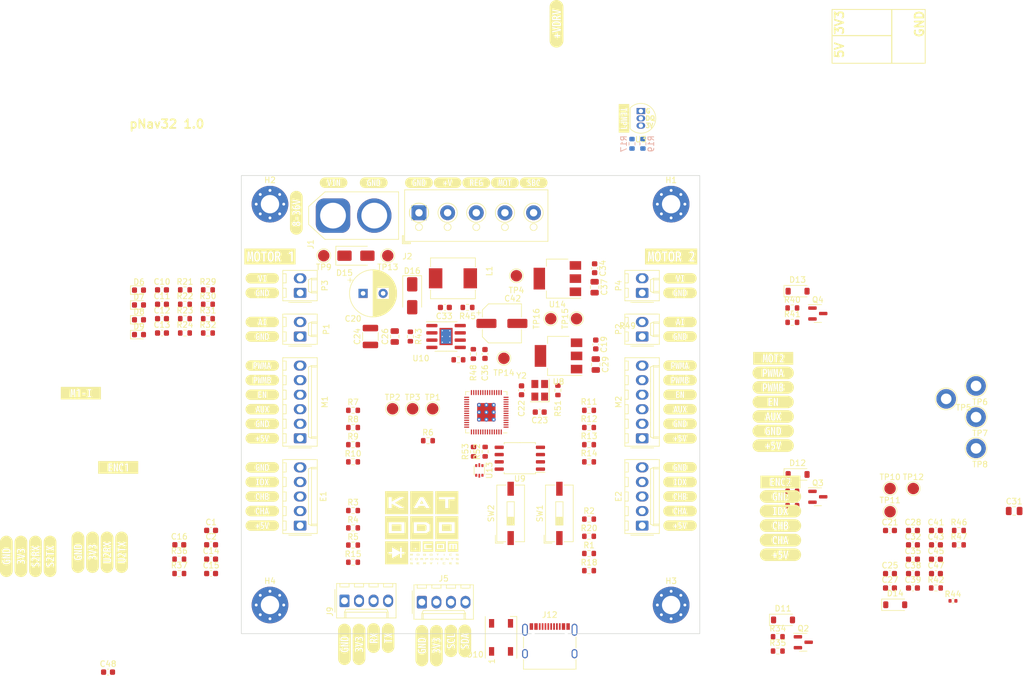
<source format=kicad_pcb>
(kicad_pcb (version 20221018) (generator pcbnew)
  (layers (0 "F.Cu" signal) (31 "B.Cu" signal) (34 "B.Paste" user) (35 "F.Paste" user) (36 "B.SilkS" user "B.Silkscreen") (37 "F.SilkS" user "F.Silkscreen") (38 "B.Mask" user) (39 "F.Mask" user) (44 "Edge.Cuts" user))
  (net 0 "")
  (net 1 "ADC_M1_CURRENT")
  (net 2 "ADC_M2_CURRENT")
  (net 3 "ADC_M1_VOLTAGE")
  (net 4 "ADC_M2_VOLTAGE")
  (net 5 "ADC_MAIN_SUPPLY")
  (net 6 "Net-(U11-XIN)")
  (net 7 "Net-(C23-Pad1)")
  (net 8 "+1V1")
  (net 9 "+3.3VA")
  (net 10 "/Supply and Power/SW")
  (net 11 "Net-(C33-Pad2)")
  (net 12 "/Supply and Power/FB")
  (net 13 "MOT1_P")
  (net 14 "MOT1_N")
  (net 15 "MOT1_EN")
  (net 16 "Vdrive")
  (net 17 "MOT1_AUX")
  (net 18 "MOT2_P")
  (net 19 "MOT2_AUX")
  (net 20 "MOT2_EN")
  (net 21 "MOT2_N")
  (net 22 "VBUS2")
  (net 23 "I2C-SCL")
  (net 24 "I2C-SDA")
  (net 25 "Net-(J12-CC1)")
  (net 26 "/USB_D+")
  (net 27 "/USB_D-")
  (net 29 "Net-(J12-CC2)")
  (net 30 "/Supply and Power/O_SBC")
  (net 32 "Net-(P1-P2)")
  (net 33 "/Supply and Power/O_MOT")
  (net 34 "Net-(P2-P2)")
  (net 35 "Net-(P3-P2)")
  (net 36 "Net-(P4-P2)")
  (net 37 "Net-(Q2-G)")
  (net 38 "Net-(Q3-G)")
  (net 39 "Net-(Q4-G)")
  (net 40 "Net-(U3-DQ)")
  (net 41 "1W_TEMP1")
  (net 42 "PWR_MOT_EN")
  (net 43 "PWR_SBC_EN")
  (net 44 "PWR-REG-EN")
  (net 45 "/QSPI_SS")
  (net 46 "/~{USB_BOOT}")
  (net 47 "Net-(R43-Pad1)")
  (net 48 "/Supply and Power/BS")
  (net 49 "Net-(U11-XOUT)")
  (net 50 "Net-(R52-Pad1)")
  (net 51 "/USB_DP")
  (net 52 "Net-(R53-Pad1)")
  (net 53 "/USB_DN")
  (net 54 "/SWCLK")
  (net 55 "/SWD")
  (net 56 "/QSPI_SD1")
  (net 57 "/QSPI_SD2")
  (net 58 "/QSPI_SD0")
  (net 59 "/QSPI_SCLK")
  (net 60 "/QSPI_SD3")
  (net 64 "/Supply and Power/O_REG")
  (net 65 "+5V")
  (net 66 "+3V3")
  (net 67 "GND")
  (net 69 "E1_CHA")
  (net 70 "E1_CHB")
  (net 72 "AUX1")
  (net 73 "PWMA1")
  (net 74 "PWMB1")
  (net 75 "EN1")
  (net 78 "AUX2")
  (net 79 "PWMA2")
  (net 80 "PWMB2")
  (net 81 "EN2")
  (net 82 "E2_CHA")
  (net 83 "E2_CHB")
  (net 85 "LED_DATA")
  (net 86 "UART_RX")
  (net 87 "UART_TX")
  (net 90 "/~{RESET}")
  (net 91 "I2C-INT")
  (footprint "kibuzzard-6394D4E3" (layer "F.Cu") (at 133 108.6 90)
    (fp_text reference "kibuzzard-6394D4E3" hide)
    (fp_text value "G***" hide)
  )
  (footprint "kibuzzard-653F540C" (layer "F.Cu") (at 105.156 44.45)
    (fp_text reference "kibuzzard-653F540C" hide)
    (fp_text value "G***" hide)
  )
  (footprint "kibuzzard-6394D524" (layer "F.Cu") (at 78.07 92.285 90)
    (fp_text reference "kibuzzard-6394D524" hide)
    (fp_text value "G***" hide)
  )
  (footprint "Capacitor_SMD:C_0603_1608Metric" (layer "F.Cu") (at 222.71 88.485)
    (fp_text reference "C41" (at 0 -1.43) (layer "F.SilkS"))
    (fp_text value "100n")
    (pad "1" smd roundrect (at -0.775 0) (size 0.9 0.95) (layers "F.Cu" "F.Paste" "F.Mask") (net 66 "+3V3"))
    (pad "2" smd roundrect (at 0.775 0) (size 0.9 0.95) (layers "F.Cu" "F.Paste" "F.Mask") (net 67 "GND"))
  )
  (footprint "Resistor_SMD:R_0603_1608Metric" (layer "F.Cu") (at 162.181 70.5 180)
    (fp_text reference "R12" (at 0 1.5) (layer "F.SilkS"))
    (fp_text value "1K")
    (pad "1" smd roundrect (at -0.825 0 180) (size 0.8 0.95) (layers "F.Cu" "F.Paste" "F.Mask") (net 80 "PWMB2"))
    (pad "2" smd roundrect (at 0.825 0 180) (size 0.8 0.95) (layers "F.Cu" "F.Paste" "F.Mask") (net 21 "MOT2_N"))
  )
  (footprint "Resistor_SMD:R_0603_1608Metric" (layer "F.Cu") (at 162.181 92.5)
    (fp_text reference "R1" (at 0 -1.43) (layer "F.SilkS"))
    (fp_text value "1K")
    (pad "1" smd roundrect (at -0.825 0) (size 0.8 0.95) (layers "F.Cu" "F.Paste" "F.Mask") (net 82 "E2_CHA"))
    (pad "2" smd roundrect (at 0.825 0) (size 0.8 0.95) (layers "F.Cu" "F.Paste" "F.Mask") (net 82 "E2_CHA"))
  )
  (footprint "kibuzzard-63934268" (layer "F.Cu") (at 195.58 85.09)
    (fp_text reference "kibuzzard-63934268" hide)
    (fp_text value "G***" hide)
  )
  (footprint "Diode_SMD:D_SOD-123" (layer "F.Cu") (at 215.605 101.455)
    (fp_text reference "D14" (at 0 -2) (layer "F.SilkS"))
    (fp_text value "B5819W SL")
    (pad "1" smd roundrect (at -1.65 0) (size 0.9 1.2) (layers "F.Cu" "F.Paste" "F.Mask") (net 65 "+5V"))
    (pad "2" smd roundrect (at 1.65 0) (size 0.9 1.2) (layers "F.Cu" "F.Paste" "F.Mask") (net 22 "VBUS2"))
  )
  (footprint "kibuzzard-6394D9EA" (layer "F.Cu") (at 111.1 33 90)
    (fp_text reference "kibuzzard-6394D9EA" hide)
    (fp_text value "G***" hide)
  )
  (footprint "Capacitor_SMD:C_0805_2012Metric" (layer "F.Cu") (at 163.15 46 -90)
    (fp_text reference "C37" (at 0 -1.68 90) (layer "F.SilkS"))
    (fp_text value "10u")
    (pad "1" smd roundrect (at -0.95 0 270) (size 1 1.45) (layers "F.Cu" "F.Paste" "F.Mask") (net 9 "+3.3VA"))
    (pad "2" smd roundrect (at 0.95 0 270) (size 1 1.45) (layers "F.Cu" "F.Paste" "F.Mask") (net 67 "GND"))
  )
  (footprint "kibuzzard-653F53E4" (layer "F.Cu") (at 105.156 67.31)
    (fp_text reference "kibuzzard-653F53E4" hide)
    (fp_text value "G***" hide)
  )
  (footprint "Button_Switch_SMD:SW_DIP_SPSTx01_Slide_9.78x4.72mm_W8.61mm_P2.54mm" (layer "F.Cu") (at 157 85.5 90)
    (fp_text reference "SW1" (at 0 -3.42 90) (layer "F.SilkS"))
    (fp_text value "SW_MEC_5G")
    (pad "1" smd rect (at -4.305 0 90) (size 2.44 1.12) (layers "F.Cu" "F.Paste" "F.Mask") (net 67 "GND"))
    (pad "2" smd rect (at 4.305 0 90) (size 2.44 1.12) (layers "F.Cu" "F.Paste" "F.Mask") (net 46 "/~{USB_BOOT}"))
  )
  (footprint "Diode_SMD:D_0603_1608Metric" (layer "F.Cu") (at 83.645 46.51)
    (fp_text reference "D6" (at 0 -1.43) (layer "F.SilkS"))
    (fp_text value "PESD5V0X1BCSFYL")
    (pad "1" smd roundrect (at -0.7875 0) (size 0.875 0.95) (layers "F.Cu" "F.Paste" "F.Mask") (net 67 "GND"))
    (pad "2" smd roundrect (at 0.7875 0) (size 0.875 0.95) (layers "F.Cu" "F.Paste" "F.Mask") (net 1 "ADC_M1_CURRENT"))
  )
  (footprint "Package_TO_SOT_SMD:SOT-23" (layer "F.Cu") (at 202.1025 82.6)
    (fp_text reference "Q3" (at 0 -2.4) (layer "F.SilkS"))
    (fp_text value "BSS138")
    (pad "1" smd roundrect (at -0.9375 -0.95) (size 1.475 0.6) (layers "F.Cu" "F.Paste" "F.Mask") (net 38 "Net-(Q3-G)"))
    (pad "2" smd roundrect (at -0.9375 0.95) (size 1.475 0.6) (layers "F.Cu" "F.Paste" "F.Mask") (net 67 "GND"))
    (pad "3" smd roundrect (at 0.9375 0) (size 1.475 0.6) (layers "F.Cu" "F.Paste" "F.Mask") (net 33 "/Supply and Power/O_MOT"))
  )
  (footprint "Resistor_SMD:R_0603_1608Metric" (layer "F.Cu") (at 162.181 73.5 180)
    (fp_text reference "R13" (at 0 1.5) (layer "F.SilkS"))
    (fp_text value "1K")
    (pad "1" smd roundrect (at -0.825 0 180) (size 0.8 0.95) (layers "F.Cu" "F.Paste" "F.Mask") (net 81 "EN2"))
    (pad "2" smd roundrect (at 0.825 0 180) (size 0.8 0.95) (layers "F.Cu" "F.Paste" "F.Mask") (net 20 "MOT2_EN"))
  )
  (footprint "Resistor_SMD:R_0603_1608Metric" (layer "F.Cu") (at 162.181 67.5 180)
    (fp_text reference "R11" (at 0 1.5) (layer "F.SilkS"))
    (fp_text value "1K")
    (pad "1" smd roundrect (at -0.825 0 180) (size 0.8 0.95) (layers "F.Cu" "F.Paste" "F.Mask") (net 79 "PWMA2"))
    (pad "2" smd roundrect (at 0.825 0 180) (size 0.8 0.95) (layers "F.Cu" "F.Paste" "F.Mask") (net 18 "MOT2_P"))
  )
  (footprint "kibuzzard-6393459E" (layer "F.Cu") (at 80.01 77.47)
    (fp_text reference "kibuzzard-6393459E" hide)
    (fp_text value "G***" hide)
  )
  (footprint "kibuzzard-653F53EC" (layer "F.Cu") (at 178.054 77.47)
    (fp_text reference "kibuzzard-653F53EC" hide)
    (fp_text value "G***" hide)
  )
  (footprint "Resistor_SMD:R_0603_1608Metric" (layer "F.Cu") (at 121 73.5)
    (fp_text reference "R9" (at 0 -1.43) (layer "F.SilkS"))
    (fp_text value "1K")
    (pad "1" smd roundrect (at -0.825 0) (size 0.8 0.95) (layers "F.Cu" "F.Paste" "F.Mask") (net 75 "EN1"))
    (pad "2" smd roundrect (at 0.825 0) (size 0.8 0.95) (layers "F.Cu" "F.Paste" "F.Mask") (net 15 "MOT1_EN"))
  )
  (footprint "TestPoint:TestPoint_Pad_D2.0mm" (layer "F.Cu") (at 127.056 40.5 180)
    (fp_text reference "TP13" (at 0 -1.998) (layer "F.SilkS"))
    (fp_text value "TestPoint")
    (pad "1" smd circle (at 0 0 180) (size 2 2) (layers "F.Cu" "F.Mask") (net 67 "GND"))
  )
  (footprint "Package_TO_SOT_SMD:SOT-23" (layer "F.Cu") (at 199.5625 108)
    (fp_text reference "Q2" (at 0 -2.4) (layer "F.SilkS"))
    (fp_text value "BSS138")
    (pad "1" smd roundrect (at -0.9375 -0.95) (size 1.475 0.6) (layers "F.Cu" "F.Paste" "F.Mask") (net 37 "Net-(Q2-G)"))
    (pad "2" smd roundrect (at -0.9375 0.95) (size 1.475 0.6) (layers "F.Cu" "F.Paste" "F.Mask") (net 67 "GND"))
    (pad "3" smd roundrect (at 0.9375 0) (size 1.475 0.6) (layers "F.Cu" "F.Paste" "F.Mask") (net 30 "/Supply and Power/O_SBC"))
  )
  (footprint "Diode_SMD:D_SOD-123" (layer "F.Cu") (at 198.5675 78.7)
    (fp_text reference "D12" (at 0 -2) (layer "F.SilkS"))
    (fp_text value "1N4148W")
    (pad "1" smd roundrect (at -1.65 0) (size 0.9 1.2) (layers "F.Cu" "F.Paste" "F.Mask") (net 16 "Vdrive"))
    (pad "2" smd roundrect (at 1.65 0) (size 0.9 1.2) (layers "F.Cu" "F.Paste" "F.Mask") (net 33 "/Supply and Power/O_MOT"))
  )
  (footprint "Inductor_SMD:L_Chilisin_BMRB00060612" (layer "F.Cu") (at 138.43 44.45)
    (fp_text reference "L1" (at 6.35 -1.27 90) (layer "F.SilkS"))
    (fp_text value "47uH")
    (pad "1" smd rect (at -3.025 0) (size 2.35 3.5) (layers "F.Cu" "F.Paste" "F.Mask") (net 10 "/Supply and Power/SW"))
    (pad "2" smd rect (at 3.025 0) (size 2.35 3.5) (layers "F.Cu" "F.Paste" "F.Mask") (net 65 "+5V"))
  )
  (footprint "TestPoint:TestPoint_Pad_D2.0mm" (layer "F.Cu") (at 149.5 44)
    (fp_text reference "TP4" (at 0 2.54) (layer "F.SilkS"))
    (fp_text value "TestPoint")
    (pad "1" smd circle (at 0 0) (size 2 2) (layers "F.Cu" "F.Mask") (net 67 "GND"))
  )
  (footprint "MountingHole:MountingHole_3.2mm_M3_Pad_Via" (layer "F.Cu") (at 176.5 31.5)
    (fp_text reference "H1" (at 0 -4.2) (layer "F.SilkS"))
    (fp_text value "MOUNTING_HOLE")
    (pad "1" thru_hole circle (at -2.4 0) (size 0.8 0.8) (drill 0.5) (layers "*.Cu" "*.Mask") (net 67 "GND"))
    (pad "1" thru_hole circle (at -1.697056 -1.697056) (size 0.8 0.8) (drill 0.5) (layers "*.Cu" "*.Mask") (net 67 "GND"))
    (pad "1" thru_hole circle (at -1.697056 1.697056) (size 0.8 0.8) (drill 0.5) (layers "*.Cu" "*.Mask") (net 67 "GND"))
    (pad "1" thru_hole circle (at 0 -2.4) (size 0.8 0.8) (drill 0.5) (layers "*.Cu" "*.Mask") (net 67 "GND"))
    (pad "1" thru_hole circle (at 0 0) (size 6.4 6.4) (drill 3.2) (layers "*.Cu" "*.Mask") (net 67 "GND"))
    (pad "1" thru_hole circle (at 0 2.4) (size 0.8 0.8) (drill 0.5) (layers "*.Cu" "*.Mask") (net 67 "GND"))
    (pad "1" thru_hole circle (at 1.697056 -1.697056) (size 0.8 0.8) (drill 0.5) (layers "*.Cu" "*.Mask") (net 67 "GND"))
    (pad "1" thru_hole circle (at 1.697056 1.697056) (size 0.8 0.8) (drill 0.5) (layers "*.Cu" "*.Mask") (net 67 "GND"))
    (pad "1" thru_hole circle (at 2.4 0) (size 0.8 0.8) (drill 0.5) (layers "*.Cu" "*.Mask") (net 67 "GND"))
  )
  (footprint "kibuzzard-639345B8" (layer "F.Cu") (at 195.58 80.01)
    (fp_text reference "kibuzzard-639345B8" hide)
    (fp_text value "G***" hide)
  )
  (footprint "Resistor_SMD:R_0603_1608Metric" (layer "F.Cu") (at 226.72 90.995)
    (fp_text reference "R47" (at 0 -1.43) (layer "F.SilkS"))
    (fp_text value "5.1k")
    (pad "1" smd roundrect (at -0.825 0) (size 0.8 0.95) (layers "F.Cu" "F.Paste" "F.Mask") (net 29 "Net-(J12-CC2)"))
    (pad "2" smd roundrect (at 0.825 0) (size 0.8 0.95) (layers "F.Cu" "F.Paste" "F.Mask") (net 67 "GND"))
  )
  (footprint "kibuzzard-653F5495" (layer "F.Cu") (at 105.156 85.09)
    (fp_text reference "kibuzzard-653F5495" hide)
    (fp_text value "G***" hide)
  )
  (footprint "Diode_SMD:D_SMA" (layer "F.Cu") (at 131.318 47.498 -90)
    (fp_text reference "D16" (at -4.35 0 -180) (layer "F.SilkS"))
    (fp_text value "SS310")
    (pad "1" smd roundrect (at -2 0 270) (size 2.5 1.8) (layers "F.Cu" "F.Paste" "F.Mask") (roundrect_rratio 0.1388888889) (net 10 "/Supply and Power/SW"))
    (pad "2" smd roundrect (at 2 0 270) (size 2.5 1.8) (layers "F.Cu" "F.Paste" "F.Mask") (roundrect_rratio 0.1388888889) (net 67 "GND"))
  )
  (footprint "Button_Switch_SMD:SW_DIP_SPSTx01_Slide_9.78x4.72mm_W8.61mm_P2.54mm" (layer "F.Cu") (at 148.5 85.5 90)
    (fp_text reference "SW2" (at 0 -3.42 90) (layer "F.SilkS"))
    (fp_text value "SW_MEC_5G")
    (pad "1" smd rect (at -4.305 0 90) (size 2.44 1.12) (layers "F.Cu" "F.Paste" "F.Mask") (net 67 "GND"))
    (pad "2" smd rect (at 4.305 0 90) (size 2.44 1.12) (layers "F.Cu" "F.Paste" "F.Mask") (net 90 "/~{RESET}"))
  )
  (footprint "Resistor_SMD:R_0603_1608Metric" (layer "F.Cu") (at 121 88.03)
    (fp_text reference "R4" (at 0 -1.43) (layer "F.SilkS"))
    (fp_text value "1K")
    (pad "1" smd roundrect (at -0.825 0) (size 0.8 0.95) (layers "F.Cu" "F.Paste" "F.Mask") (net 69 "E1_CHA"))
    (pad "2" smd roundrect (at 0.825 0) (size 0.8 0.95) (layers "F.Cu" "F.Paste" "F.Mask") (net 69 "E1_CHA"))
  )
  (footprint "kibuzzard-653F53EC" (layer "F.Cu") (at 105.156 69.85)
    (fp_text reference "kibuzzard-653F53EC" hide)
    (fp_text value "G***" hide)
  )
  (footprint "Resistor_SMD:R_0603_1608Metric" (layer "F.Cu") (at 121 76.5)
    (fp_text reference "R10" (at 0 -1.43) (layer "F.SilkS"))
    (fp_text value "1K")
    (pad "1" smd roundrect (at -0.825 0) (size 0.8 0.95) (layers "F.Cu" "F.Paste" "F.Mask") (net 72 "AUX1"))
    (pad "2" smd roundrect (at 0.825 0) (size 0.8 0.95) (layers "F.Cu" "F.Paste" "F.Mask") (net 17 "MOT1_AUX"))
  )
  (footprint "Resistor_SMD:R_0603_1608Metric" (layer "F.Cu") (at 91.665 54)
    (fp_text reference "R24" (at 0 -1.43) (layer "F.SilkS"))
    (fp_text value "1K")
    (pad "1" smd roundrect (at -0.825 0) (size 0.8 0.95) (layers "F.Cu" "F.Paste" "F.Mask") (net 34 "Net-(P2-P2)"))
    (pad "2" smd roundrect (at 0.825 0) (size 0.8 0.95) (layers "F.Cu" "F.Paste" "F.Mask") (net 2 "ADC_M2_CURRENT"))
  )
  (footprint "Connector_AMASS:AMASS_XT60-F_1x02_P7.20mm_Vertical" (layer "F.Cu") (at 117.5 33.5)
    (fp_text reference "J1" (at -3.9 5 90) (layer "F.SilkS"))
    (fp_text value "Power Input")
    (pad "1" thru_hole roundrect (at 0 0) (size 6 6) (drill 4.5) (layers "*.Cu" "*.Mask") (net 16 "Vdrive"))
    (pad "2" thru_hole circle (at 7.2 0) (size 6 6) (drill 4.5) (layers "*.Cu" "*.Mask") (net 67 "GND"))
  )
  (footprint "Package_TO_SOT_SMD:SOT-223-3_TabPin2" (layer "F.Cu") (at 156.85 58 180)
    (fp_text reference "U8" (at 0 -4.5) (layer "F.SilkS"))
    (fp_text value "TLV1117LV33DCYR")
    (pad "1" smd rect (at -3.15 -2.3 180) (size 2 1.5) (layers "F.Cu" "F.Paste" "F.Mask") (net 67 "GND"))
    (pad "2" smd rect (at -3.15 0 180) (size 2 1.5) (layers "F.Cu" "F.Paste" "F.Mask") (net 66 "+3V3"))
    (pad "2" smd rect (at 3.15 0 180) (size 2 3.8) (layers "F.Cu" "F.Paste" "F.Mask") (net 66 "+3V3"))
    (pad "3" smd rect (at -3.15 2.3 180) (size 2 1.5) (layers "F.Cu" "F.Paste" "F.Mask") (net 65 "+5V"))
  )
  (footprint "MountingHole:MountingHole_3.2mm_M3_Pad_Via" (layer "F.Cu") (at 176.5 101.5)
    (fp_text reference "H3" (at 0 -4.2) (layer "F.SilkS"))
    (fp_text value "MOUNTING_HOLE")
    (pad "1" thru_hole circle (at -2.4 0) (size 0.8 0.8) (drill 0.5) (layers "*.Cu" "*.Mask") (net 67 "GND"))
    (pad "1" thru_hole circle (at -1.697056 -1.697056) (size 0.8 0.8) (drill 0.5) (layers "*.Cu" "*.Mask") (net 67 "GND"))
    (pad "1" thru_hole circle (at -1.697056 1.697056) (size 0.8 0.8) (drill 0.5) (layers "*.Cu" "*.Mask") (net 67 "GND"))
    (pad "1" thru_hole circle (at 0 -2.4) (size 0.8 0.8) (drill 0.5) (layers "*.Cu" "*.Mask") (net 67 "GND"))
    (pad "1" thru_hole circle (at 0 0) (size 6.4 6.4) (drill 3.2) (layers "*.Cu" "*.Mask") (net 67 "GND"))
    (pad "1" thru_hole circle (at 0 2.4) (size 0.8 0.8) (drill 0.5) (layers "*.Cu" "*.Mask") (net 67 "GND"))
    (pad "1" thru_hole circle (at 1.697056 -1.697056) (size 0.8 0.8) (drill 0.5) (layers "*.Cu" "*.Mask") (net 67 "GND"))
    (pad "1" thru_hole circle (at 1.697056 1.697056) (size 0.8 0.8) (drill 0.5) (layers "*.Cu" "*.Mask") (net 67 "GND"))
    (pad "1" thru_hole circle (at 2.4 0) (size 0.8 0.8) (drill 0.5) (layers "*.Cu" "*.Mask") (net 67 "GND"))
  )
  (footprint "Capacitor_SMD:C_0805_2012Metric" (layer "F.Cu") (at 236.36 85.085)
    (fp_text reference "C31" (at 0 -1.68) (layer "F.SilkS"))
    (fp_text value "10u")
    (pad "1" smd roundrect (at -0.95 0) (size 1 1.45) (layers "F.Cu" "F.Paste" "F.Mask") (net 66 "+3V3"))
    (pad "2" smd roundrect (at 0.95 0) (size 1 1.45) (layers "F.Cu" "F.Paste" "F.Mask") (net 67 "GND"))
  )
  (footprint "Capacitor_SMD:C_0603_1608Metric" (layer "F.Cu") (at 163.15 42.69 -90)
    (fp_text reference "C34" (at 0 -1.43 90) (layer "F.SilkS"))
    (fp_text value "1u")
    (pad "1" smd roundrect (at -0.775 0 270) (size 0.9 0.95) (layers "F.Cu" "F.Paste" "F.Mask") (net 65 "+5V"))
    (pad "2" smd roundrect (at 0.775 0 270) (size 0.9 0.95) (layers "F.Cu" "F.Paste" "F.Mask") (net 67 "GND"))
  )
  (footprint "TestPoint:TestPoint_Pad_D2.0mm" (layer "F.Cu") (at 160 51.5 180)
    (fp_text reference "TP15" (at 2 0 90) (layer "F.SilkS"))
    (fp_text value "TestPoint")
    (pad "1" smd circle (at 0 0 180) (size 2 2) (layers "F.Cu" "F.Mask") (net 66 "+3V3"))
  )
  (footprint "Connector_Molex:Molex_KK-254_AE-6410-06A_1x06_P2.54mm_Vertical" (layer "F.Cu") (at 171.45 72.39 90)
    (fp_text reference "M2" (at 6.35 -4.12 90) (layer "F.SilkS"))
    (fp_text value "~")
    (pad "1" thru_hole roundrect (at 0 0 90) (size 1.74 2.19) (drill 1.19) (layers "*.Cu" "*.Mask") (roundrect_rratio 0.1436781609) (net 65 "+5V"))
    (pad "2" thru_hole oval (at 2.54 0 90) (size 1.74 2.19) (drill 1.19) (layers "*.Cu" "*.Mask") (net 67 "GND"))
    (pad "3" thru_hole oval (at 5.08 0 90) (size 1.74 2.19) (drill 1.19) (layers "*.Cu" "*.Mask") (net 78 "AUX2"))
    (pad "4" thru_hole oval (at 7.62 0 90) (size 1.74 2.19) (drill 1.19) (layers "*.Cu" "*.Mask") (net 81 "EN2"))
    (pad "5" thru_hole oval (at 10.16 0 90) (size 1.74 2.19) (drill 1.19) (layers "*.Cu" "*.Mask") (net 80 "PWMB2"))
    (pad "6" thru_hole oval (at 12.7 0 90) (size 1.74 2.19) (drill 1.19) (layers "*.Cu" "*.Mask") (net 79 "PWMA2"))
  )
  (footprint "kibuzzard-653F53F2" (layer "F.Cu") (at 105.156 87.63)
    (fp_text reference "kibuzzard-653F53F2" hide)
    (fp_text value "G***" hide)
  )
  (footprint "kibuzzard-653F541E" (layer "F.Cu") (at 105.156 54.61)
    (fp_text reference "kibuzzard-653F541E" hide)
    (fp_text value "G***" hide)
  )
  (footprint "kibuzzard-653F53D5" (layer "F.Cu") (at 105.156 62.23)
    (fp_text reference "kibuzzard-653F53D5" hide)
    (fp_text value "G***" hide)
  )
  (footprint "Capacitor_SMD:C_0603_1608Metric" (layer "F.Cu") (at 222.71 96.015)
    (fp_text reference "C47" (at 0 -1.43) (layer "F.SilkS"))
    (fp_text value "100n")
    (pad "1" smd roundrect (at -0.775 0) (size 0.9 0.95) (layers "F.Cu" "F.Paste" "F.Mask") (net 66 "+3V3"))
    (pad "2" smd roundrect (at 0.775 0) (size 0.9 0.95) (layers "F.Cu" "F.Paste" "F.Mask") (net 67 "GND"))
  )
  (footprint "kibuzzard-653F53F2" (layer "F.Cu") (at 178.054 72.39)
    (fp_text reference "kibuzzard-653F53F2" hide)
    (fp_text value "G***" hide)
  )
  (footprint "kibuzzard-6394D57A" (layer "F.Cu") (at 68.12 93 90)
    (fp_text reference "kibuzzard-6394D57A" hide)
    (fp_text value "G***" hide)
  )
  (footprint "Resistor_SMD:R_0603_1608Metric" (layer "F.Cu") (at 95.675 54)
    (fp_text reference "R32" (at 0 -1.43) (layer "F.SilkS"))
    (fp_text value "1K")
    (pad "1" smd roundrect (at -0.825 0) (size 0.8 0.95) (layers "F.Cu" "F.Paste" "F.Mask") (net 36 "Net-(P4-P2)"))
    (pad "2" smd roundrect (at 0.825 0) (size 0.8 0.95) (layers "F.Cu" "F.Paste" "F.Mask") (net 4 "ADC_M2_VOLTAGE"))
  )
  (footprint "Resistor_SMD:R_0603_1608Metric" (layer "F.Cu") (at 121 94.03)
    (fp_text reference "R15" (at 0 -1.43) (layer "F.SilkS"))
    (fp_text value "1K96")
    (pad "1" smd roundrect (at -0.825 0) (size 0.8 0.95) (layers "F.Cu" "F.Paste" "F.Mask") (net 67 "GND"))
    (pad "2" smd roundrect (at 0.825 0) (size 0.8 0.95) (layers "F.Cu" "F.Paste" "F.Mask") (net 70 "E1_CHB"))
  )
  (footprint "Resistor_SMD:R_0603_1608Metric" (layer "F.Cu") (at 195.1125 109.54)
    (fp_text reference "R35" (at 0 -1.43) (layer "F.SilkS"))
    (fp_text value "10K")
    (pad "1" smd roundrect (at -0.825 0) (size 0.8 0.95) (layers "F.Cu" "F.Paste" "F.Mask") (net 37 "Net-(Q2-G)"))
    (pad "2" smd roundrect (at 0.825 0) (size 0.8 0.95) (layers "F.Cu" "F.Paste" "F.Mask") (net 67 "GND"))
  )
  (footprint "Connector_Molex:Molex_KK-254_AE-6410-04A_1x04_P2.54mm_Vertical" (layer "F.Cu") (at 133 101)
    (fp_text reference "J5" (at 3.81 -4.12) (layer "F.SilkS"))
    (fp_text value "CONN_01x04")
    (pad "1" thru_hole roundrect (at 0 0) (size 1.74 2.19) (drill 1.19) (layers "*.Cu" "*.Mask") (roundrect_rratio 0.1436781609) (net 67 "GND"))
    (pad "2" thru_hole oval (at 2.54 0) (size 1.74 2.19) (drill 1.19) (layers "*.Cu" "*.Mask") (net 66 "+3V3"))
    (pad "3" thru_hole oval (at 5.08 0) (size 1.74 2.19) (drill 1.19) (layers "*.Cu" "*.Mask") (net 23 "I2C-SCL"))
    (pad "4" thru_hole oval (at 7.62 0) (size 1.74 2.19) (drill 1.19) (layers "*.Cu" "*.Mask") (net 24 "I2C-SDA"))
  )
  (footprint "kibuzzard-653F5412" (layer "F.Cu") (at 105.156 46.99)
    (fp_text reference "kibuzzard-653F5412" hide)
    (fp_text value "G***" hide)
  )
  (footprint "TestPoint:TestPoint_Loop_D2.50mm_Drill1.85mm" (layer "F.Cu") (at 229.71 63.245)
    (fp_text reference "TP6" (at 0.7 2.8) (layer "F.SilkS"))
    (fp_text value "TESTPAD")
    (pad "1" thru_hole circle (at 0 0) (size 3.4 3.4) (drill 1.85) (layers "*.Cu" "*.Mask") (net 67 "GND"))
  )
  (footprint "kibuzzard-6394D4F3" (layer "F.Cu") (at 135.54 108.6 90)
    (fp_text reference "kibuzzard-6394D4F3" hide)
    (fp_text value "G***" hide)
  )
  (footprint "TestPoint:TestPoint_Pad_D2.0mm" (layer "F.Cu") (at 214.71 81.155)
    (fp_text reference "TP10" (at 0 -1.998) (layer "F.SilkS"))
    (fp_text value "TestPoint")
    (pad "1" smd circle (at 0 0) (size 2 2) (layers "F.Cu" "F.Mask") (net 22 "VBUS2"))
  )
  (footprint "kibuzzard-63934760" (layer "F.Cu") (at 194.31 71.12)
    (fp_text reference "kibuzzard-63934760" hide)
    (fp_text value "G***" hide)
  )
  (footprint "TestPoint:TestPoint_Loop_D2.50mm_Drill1.85mm" (layer "F.Cu") (at 224.5 65.5)
    (fp_text reference "TP5" (at 3.048 1.524 180) (layer "F.SilkS"))
    (fp_text value "TESTPAD")
    (pad "1" thru_hole circle (at 0 0) (size 3.4 3.4) (drill 1.85) (layers "*.Cu" "*.Mask") (net 67 "GND"))
  )
  (footprint "LED_SMD:LED_WS2812B_PLCC4_5.0x5.0mm_P3.2mm" (layer "F.Cu") (at 146.82 107.15 90)
    (fp_text reference "D10" (at -3 -4.5 180) (layer "F.SilkS"))
    (fp_text value "WS2812B")
    (fp_text user "1" (at -4.15 -1.6 90) (layer "F.SilkS"))
    (pad "1" smd rect (at -2.45 -1.65 90) (size 1.5 0.9) (layers "F.Cu" "F.Paste" "F.Mask") (net 66 "+3V3"))
    (pad "2" smd rect (at -2.45 1.65 90) (size 1.5 0.9) (layers "F.Cu" "F.Paste" "F.Mask"))
    (pad "3" smd rect (at 2.45 1.65 90) (size 1.5 0.9) (layers "F.Cu" "F.Paste" "F.Mask") (net 67 "GND"))
    (pad "4" smd rect (at 2.45 -1.65 90) (size 1.5 0.9) (layers "F.Cu" "F.Paste" "F.Mask") (net 85 "LED_DATA"))
  )
  (footprint "Resistor_SMD:R_0603_1608Metric" (layer "F.Cu") (at 197.6525 84.14)
    (fp_text reference "R39" (at 0 -1.43) (layer "F.SilkS"))
    (fp_text value "10K")
    (pad "1" smd roundrect (at -0.825 0) (size 0.8 0.95) (layers "F.Cu" "F.Paste" "F.Mask") (net 38 "Net-(Q3-G)"))
    (pad "2" smd roundrect (at 0.825 0) (size 0.8 0.95) (layers "F.Cu" "F.Paste" "F.Mask") (net 67 "GND"))
  )
  (footprint "Capacitor_SMD:C_0603_1608Metric" (layer "F.Cu") (at 218.7 88.485)
    (fp_text reference "C28" (at 0 -1.43) (layer "F.SilkS"))
    (fp_text value "1u")
    (pad "1" smd roundrect (at -0.775 0) (size 0.9 0.95) (layers "F.Cu" "F.Paste" "F.Mask") (net 8 "+1V1"))
    (pad "2" smd roundrect (at 0.775 0) (size 0.9 0.95) (layers "F.Cu" "F.Paste" "F.Mask") (net 67 "GND"))
  )
  (footprint "kibuzzard-653D1AF5" (layer "F.Cu") (at 142.5 27.75)
    (fp_text reference "kibuzzard-653D1AF5" hide)
    (fp_text value "G***" hide)
  )
  (footprint "Capacitor_SMD:C_0603_1608Metric" (layer "F.Cu") (at 222.71 90.995)
    (fp_text reference "C43" (at 0 -1.43) (layer "F.SilkS"))
    (fp_text value "100n")
    (pad "1" smd roundrect (at -0.775 0) (size 0.9 0.95) (layers "F.Cu" "F.Paste" "F.Mask") (net 66 "+3V3"))
    (pad "2" smd roundrect (at 0.775 0) (size 0.9 0.95) (layers "F.Cu" "F.Paste" "F.Mask") (net 67 "GND"))
  )
  (footprint "Connector_Molex:Molex_KK-254_AE-6410-02A_1x02_P2.54mm_Vertical" (layer "F.Cu") (at 171.45 54.61 90)
    (fp_text reference "P2" (at 1.27 -4.12 90) (layer "F.SilkS"))
    (fp_text value "~")
    (pad "1" thru_hole roundrect (at 0 0 90) (size 1.74 2.19) (drill 1.19) (layers "*.Cu" "*.Mask") (roundrect_rratio 0.1436781609) (net 67 "GND"))
    (pad "2" thru_hole oval (at 2.54 0 90) (size 1.74 2.19) (drill 1.19) (layers "*.Cu" "*.Mask") (net 34 "Net-(P2-P2)"))
  )
  (footprint "Resistor_SMD:R_0603_1608Metric" (layer "F.Cu") (at 162.181 86.5)
    (fp_text reference "R2" (at 0 -1.43) (layer "F.SilkS"))
    (fp_text value "1K")
    (pad "1" smd roundrect (at -0.825 0) (size 0.8 0.95) (layers "F.Cu" "F.Paste" "F.Mask") (net 83 "E2_CHB"))
    (pad "2" smd roundrect (at 0.825 0) (size 0.8 0.95) (layers "F.Cu" "F.Paste" "F.Mask") (net 83 "E2_CHB"))
  )
  (footprint "Resistor_SMD:R_0603_1608Metric" (layer "F.Cu") (at 141.986 57.658 90)
    (fp_text reference "R48" (at -3.302 0 90) (layer "F.SilkS"))
    (fp_text value "300k")
    (pad "1" smd roundrect (at -0.825 0 90) (size 0.8 0.95) (layers "F.Cu" "F.Paste" "F.Mask") (net 12 "/Supply and Power/FB"))
    (pad "2" smd roundrect (at 0.825 0 90) (size 0.8 0.95) (layers "F.Cu" "F.Paste" "F.Mask") (net 65 "+5V"))
  )
  (footprint "Resistor_SMD:R_0603_1608Metric" (layer "F.Cu") (at 197.6525 49.626)
    (fp_text reference "R40" (at 0 -1.43) (layer "F.SilkS"))
    (fp_text value "100R")
    (pad "1" smd roundrect (at -0.825 0) (size 0.8 0.95) (layers "F.Cu" "F.Paste" "F.Mask") (net 39 "Net-(Q4-G)"))
    (pad "2" smd roundrect (at 0.825 0) (size 0.8 0.95) (layers "F.Cu" "F.Paste" "F.Mask") (net 44 "PWR-REG-EN"))
  )
  (footprint "kibuzzard-6394D572" (layer "F.Cu") (at 65.58 93 90)
    (fp_text reference "kibuzzard-6394D572" hide)
    (fp_text value "G***" hide)
  )
  (footprint "kibuzzard-63934574" (layer "F.Cu") (at 195.58 90.17)
    (fp_text reference "kibuzzard-63934574" hide)
    (fp_text value "G***" hide)
  )
  (footprint "Resistor_SMD:R_0603_1608Metric" (layer "F.Cu") (at 95.675 51.49)
    (fp_text reference "R31" (at 0 -1.43) (layer "F.SilkS"))
    (fp_text value "1K")
    (pad "1" smd roundrect (at -0.825 0) (size 0.8 0.95) (layers "F.Cu" "F.Paste" "F.Mask") (net 35 "Net-(P3-P2)"))
    (pad "2" smd roundrect (at 0.825 0) (size 0.8 0.95) (layers "F.Cu" "F.Paste" "F.Mask") (net 3 "ADC_M1_VOLTAGE"))
  )
  (footprint "Resistor_SMD:R_0603_1608Metric" (layer "F.Cu") (at 134.069 72.804)
    (fp_text reference "R6" (at 0 -1.43) (layer "F.SilkS"))
    (fp_text value "1.1k")
    (pad "1" smd roundrect (at -0.825 0) (size 0.8 0.95) (layers "F.Cu" "F.Paste" "F.Mask") (net 66 "+3V3"))
    (pad "2" smd roundrect (at 0.825 0) (size 0.8 0.95) (layers "F.Cu" "F.Paste" "F.Mask") (net 90 "/~{RESET}"))
  )
  (footprint "Capacitor_SMD:C_0603_1608Metric" (layer "F.Cu") (at 218.7 93.505)
    (fp_text reference "C35" (at 0 -1.43) (layer "F.SilkS"))
    (fp_text value "100n")
    (pad "1" smd roundrect (at -0.775 0) (size 0.9 0.95) (layers "F.Cu" "F.Paste" "F.Mask") (net 66 "+3V3"))
    (pad "2" smd roundrect (at 0.775 0) (size 0.9 0.95) (layers "F.Cu" "F.Paste" "F.Mask") (net 67 "GND"))
  )
  (footprint "Capacitor_SMD:C_0603_1608Metric" (layer "F.Cu") (at 163.35 56 -90)
    (fp_text reference "C19" (at 0 -1.43 90) (layer "F.SilkS"))
    (fp_text value "1u")
    (pad "1" smd roundrect (at -0.775 0 270) (size 0.9 0.95) (layers "F.Cu" "F.Paste" "F.Mask") (net 65 "+5V"))
    (pad "2" smd roundrect (at 0.775 0 270) (size 0.9 0.95) (layers "F.Cu" "F.Paste" "F.Mask") (net 67 "GND"))
  )
  (footprint "Resistor_SMD:R_0603_1608Metric" (layer "F.Cu") (at 162.181 89.5)
    (fp_text reference "R20" (at 0 -1.43) (layer "F.SilkS"))
    (fp_text value "1K96")
    (pad "1" smd roundrect (at -0.825 0) (size 0.8 0.95) (layers "F.Cu" "F.Paste" "F.Mask") (net 67 "GND"))
    (pad "2" smd roundrect (at 0.825 0) (size 0.8 0.95) (layers "F.Cu" "F.Paste" "F.Mask") (net 83 "E2_CHB"))
  )
  (footprint "Capacitor_SMD:C_0603_1608Metric" (layer "F.Cu") (at 96.225 90.98)
    (fp_text reference "C2" (at 0 -1.43) (layer "F.SilkS"))
    (fp_text value "100n")
    (pad "1" smd roundrect (at -0.775 0) (size 0.9 0.95) (layers "F.Cu" "F.Paste" "F.Mask") (net 65 "+5V"))
    (pad "2" smd roundrect (at 0.775 0) (size 0.9 0.95) (layers "F.Cu" "F.Paste" "F.Mask") (net 67 "GND"))
  )
  (footprint "kibuzzard-653F55C0" (layer "F.Cu") (at 176.5 40.64)
    (fp_text reference "kibuzzard-653F55C0" hide)
    (fp_text value "G***" hide)
  )
  (footprint "Connector_Molex:Molex_KK-254_AE-6410-02A_1x02_P2.54mm_Vertical" (layer "F.Cu") (at 111.76 54.61 90)
    (fp_text reference "P1" (at 1.27 4.572 90) (layer "F.SilkS"))
    (fp_text value "~")
    (pad "1" thru_hole roundrect (at 0 0 90) (size 1.74 2.19) (drill 1.19) (layers "*.Cu" "*.Mask") (roundrect_rratio 0.1436781609) (net 67 "GND"))
    (pad "2" thru_hole oval (at 2.54 0 90) (size 1.74 2.19) (drill 1.19) (layers "*.Cu" "*.Mask") (net 32 "Net-(P1-P2)"))
  )
  (footprint "Diode_SMD:D_SOD-123" (layer "F.Cu") (at 196.0275 104.1)
    (fp_text reference "D11" (at 0 -2) (layer "F.SilkS"))
    (fp_text value "1N4148W")
    (pad "1" smd roundrect (at -1.65 0) (size 0.9 1.2) (layers "F.Cu" "F.Paste" "F.Mask") (net 16 "Vdrive"))
    (pad "2" smd roundrect (at 1.65 0) (size 0.9 1.2) (layers "F.Cu" "F.Paste" "F.Mask") (net 30 "/Supply and Power/O_SBC"))
  )
  (footprint "Capacitor_SMD:C_0603_1608Metric" (layer "F.Cu") (at 214.69 98.525)
    (fp_text reference "C27" (at 0 -1.43) (layer "F.SilkS"))
    (fp_text value "100n")
    (pad "1" smd roundrect (at -0.775 0) (size 0.9 0.95) (layers "F.Cu" "F.Paste" "F.Mask") (net 8 "+1V1"))
    (pad "2" smd roundrect (at 0.775 0) (size 0.9 0.95) (layers "F.Cu" "F.Paste" "F.Mask") (net 67 "GND"))
  )
  (footprint "Capacitor_SMD:C_0603_1608Metric" (layer "F.Cu") (at 218.7 98.525)
    (fp_text reference "C39" (at 0 -1.43) (layer "F.SilkS"))
    (fp_text value "1u")
    (pad "1" smd roundrect (at -0.775 0) (size 0.9 0.95) (layers "F.Cu" "F.Paste" "F.Mask") (net 66 "+3V3"))
    (pad "2" smd roundrect (at 0.775 0) (size 0.9 0.95) (layers "F.Cu" "F.Paste" "F.Mask") (net 67 "GND"))
  )
  (footprint "Package_TO_SOT_SMD:SOT-223-3_TabPin2" (layer "F.Cu") (at 156.65 44.5 180)
    (fp_text reference "U14" (at 0 -4.5) (layer "F.SilkS"))
    (fp_text value "TLV1117LV33DCYR")
    (pad "1" smd rect (at -3.15 -2.3 180) (size 2 1.5) (layers "F.Cu" "F.Paste" "F.Mask") (net 67 "GND"))
    (pad "2" smd rect (at -3.15 0 180) (size 2 1.5) (layers "F.Cu" "F.Paste" "F.Mask") (net 9 "+3.3VA"))
    (pad "2" smd rect (at 3.15 0 180) (size 2 3.8) (layers "F.Cu" "F.Paste" "F.Mask") (net 9 "+3.3VA"))
    (pad "3" smd rect (at -3.15 2.3 180) (size 2 1.5) (layers "F.Cu" "F.Paste" "F.Mask") (net 65 "+5V"))
  )
  (footprint "kibuzzard-63934749" (layer "F.Cu") (at 194.31 66.04)
    (fp_text reference "kibuzzard-63934749" hide)
    (fp_text value "G***" hide)
  )
  (footprint "Capacitor_SMD:C_0603_1608Metric" (layer "F.Cu") (at 87.655 46.47)
    (fp_text reference "C10" (at 0 -1.43) (layer "F.SilkS"))
    (fp_text value "100n")
    (pad "1" smd roundrect (at -0.775 0) (size 0.9 0.95) (layers "F.Cu" "F.Paste" "F.Mask") (net 1 "ADC_M1_CURRENT"))
    (pad "2" smd roundrect (at 0.775 0) (size 0.9 0.95) (layers "F.Cu" "F.Paste" "F.Mask") (net 67 "GND"))
  )
  (footprint "Resistor_SMD:R_0402_1005Metric" (layer "F.Cu") (at 225.68 100.775)
    (fp_text reference "R44" (at 0 -1.17) (layer "F.SilkS"))
    (fp_text value "DNS")
    (pad "1" smd roundrect (at -0.51 0) (size 0.54 0.64) (layers "F.Cu" "F.Paste" "F.Mask") (net 66 "+3V3"))
    (pad "2" smd roundrect (at 0.51 0) (size 0.54 0.64) (layers "F.Cu" "F.Paste" "F.Mask") (net 45 "/QSPI_SS"))
  )
  (footprint "Capacitor_SMD:C_0603_1608Metric" (layer "F.Cu") (at 214.69 96.015)
    (fp_text reference "C25" (at 0 -1.43) (layer "F.SilkS"))
    (fp_text value "100n")
    (pad "1" smd roundrect (at -0.775 0) (size 0.9 0.95) (layers "F.Cu" "F.Paste" "F.Mask") (net 8 "+1V1"))
    (pad "2" smd roundrect (at 0.775 0) (size 0.9 0.95) (layers "F.Cu" "F.Paste" "F.Mask") (net 67 "GND"))
  )
  (footprint "Connector_Molex:Molex_KK-254_AE-6410-05A_1x05_P2.54mm_Vertical" (layer "F.Cu") (at 171.45 87.63 90)
    (fp_text reference "E2" (at 5.08 -4.12 90) (layer "F.SilkS"))
    (fp_text value "~")
    (pad "1" thru_hole roundrect (at 0 0 90) (size 1.74 2.19) (drill 1.19) (layers "*.Cu" "*.Mask") (roundrect_rratio 0.1436781609) (net 65 "+5V"))
    (pad "2" thru_hole oval (at 2.54 0 90) (size 1.74 2.19) (drill 1.19) (layers "*.Cu" "*.Mask") (net 82 "E2_CHA"))
    (pad "3" thru_hole oval (at 5.08 0 90) (size 1.74 2.19) (drill 1.19) (layers "*.Cu" "*.Mask") (net 83 "E2_CHB"))
    (pad "4" thru_hole oval (at 7.62 0 90) (size 1.74 2.19) (drill 1.19) (layers "*.Cu" "*.Mask"))
    (pad "5" thru_hole oval (at 10.16 0 90) (size 1.74 2.19) (drill 1.19) (layers "*.Cu" "*.Mask") (net 67 "GND"))
  )
  (footprint "kibuzzard-653D1AEE" (layer "F.Cu") (at 137.5 27.75)
    (fp_text reference "kibuzzard-653D1AEE" hide)
    (fp_text value "G***" hide)
  )
  (footprint "Package_SO:SOIC-8-1EP_3.9x4.9mm_P1.27mm_EP2.29x3mm_ThermalVias" (layer "F.Cu") (at 137.225 54.61)
    (fp_text reference "U10" (at -4.383 3.81) (layer "F.SilkS"))
    (fp_text value "TX4139")
    (pad "1" smd roundrect (at -2.475 -1.905) (size 1.95 0.6) (layers "F.Cu" "F.Paste" "F.Mask") (net 10 "/Supply and Power/SW"))
    (pad "2" smd roundrect (at -2.475 -0.635) (size 1.95 0.6) (layers "F.Cu" "F.Paste" "F.Mask") (net 47 "Net-(R43-Pad1)"))
    (pad "3" smd roundrect (at -2.475 0.635) (size 1.95 0.6) (layers "F.Cu" "F.Paste" "F.Mask") (net 16 "Vdrive"))
    (pad "4" smd roundrect (at -2.475 1.905) (size 1.95 0.6) (layers "F.Cu" "F.Paste" "F.Mask") (net 67 "GND"))
    (pad "5" smd roundrect (at 2.475 1.905) (size 1.95 0.6) (layers "F.Cu" "F.Paste" "F.Mask") (net 12 "/Supply and Power/FB"))
    (pad "6" smd roundrect (at 2.475 0.635) (size 1.95 0.6) (layers "F.Cu" "F.Paste" "F.Mask"))
    (pad "7" smd roundrect (at 2.475 -0.635) (size 1.95 0.6) (layers "F.Cu" "F.Paste" "F.Mask"))
    (pad "8" smd roundrect (at 2.475 -1.905) (size 1.95 0.6) (layers "F.Cu" "F.Paste" "F.Mask") (net 48 "/Supply and Power/BS"))
    (pad "9" thru_hole circle (at -0.65 -1) (size 0.5 0.5) (drill 0.2) (layers "*.Cu") (net 47 "Net-(R43-Pad1)"))
    (pad "9" thru_hole circle (at -0.65 0) (size 0.5 0.5) (drill 0.2) (layers "*.Cu") (net 47 "Net-(R43-Pad1)"))
    (pad "9" thru_hole circle (at -0.65 1) (size 0.5 0.5) (drill 0.2) (layers "*.Cu") (net 47 "Net-(R43-Pad1)"))
    (pad "9" smd rect (at 0 0) (size 1.8 2.5) (layers "B.Cu") (net 47 "Net-(R43-Pad1)"))
    (pad "9" smd rect (at 0 0) (size 2.29 3) (layers "F.Cu" "F.Mask") (net 47 "Net-(R43-Pad1)"))
    (pad "9" thru_hole circle (at 0.65 -1) (size 0.5 0.5) (drill 0.2) (layers "*.Cu") (net 47 "Net-(R43-Pad1)"))
    (pad "9" thru_hole circle (at 0.65 0) (size 0.5 0.5) (drill 0.2) (layers "*.Cu") (net 47 "Net-(R43-Pad1)"))
    (pad "9" thru_hole circle (at 0.65 1) (size 0.5 0.5) (drill 0.2) (layers "*.Cu") (net 47 "Net-(R43-Pad1)"))
  )
  (footprint "Resistor_SMD:R_0603_1608Metric" (layer "F.Cu") (at 130.995 54.61 -90)
    (fp_text reference "R43" (at 0 -1.43 90) (layer "F.SilkS"))
    (fp_text value "50mΩ")
    (pad "1" smd roundrect (at -0.825 0 270) (size 0.8 0.95) (layers "F.Cu" "F.Paste" "F.Mask") (net 47 "Net-(R43-Pad1)"))
    (pad "2" smd roundrect (at 0.825 0 270) (size 0.8 0.95) (layers "F.Cu" "F.Paste" "F.Mask") (net 16 "Vdrive"))
  )
  (footprint "kibuzzard-653D1AE4" (layer "F.Cu") (at 124.6 27.75)
    (fp_text reference "kibuzzard-653D1AE4" hide)
    (fp_text value "G***" hide)
  )
  (footprint "Resistor_SMD:R_0603_1608Metric" (layer "F.Cu") (at 144.048 74.722 90)
    (fp_text reference "R52" (at 0 -1.43 90) (layer "F.SilkS"))
    (fp_text value "27")
    (pad "1" smd roundrect (at -0.825 0 90) (size 0.8 0.95) (layers "F.Cu" "F.Paste" "F.Mask") (net 50 "Net-(R52-Pad1)"))
    (pad "2" smd roundrect (at 0.825 0 90) (size 0.8 0.95) (layers "F.Cu" "F.Paste" "F.Mask") (net 51 "/USB_DP"))
  )
  (footprint "Package_TO_SOT_SMD:SOT-666" (layer "F.Cu") (at 143.032 77.996 -90)
    (fp_text reference "U13" (at 0 -1.75 90) (layer "F.SilkS"))
    (fp_text value "USBLC6-2P6")
    (pad "1" smd rect (at -0.85 -0.5375 270) (size 0.5 0.375) (layers "F.Cu" "F.Paste" "F.Mask") (net 50 "Net-(R52-Pad1)"))
    (pad "2" smd rect (at -0.925 0 270) (size 0.65 0.3) (layers "F.Cu" "F.Paste" "F.Mask") (net 67 "GND"))
    (pad "3" smd rect (at -0.85 0.5375 270) (size 0.5 0.375) (layers "F.Cu" "F.Paste" "F.Mask") (net 52 "Net-(R53-Pad1)"))
    (pad "4" smd rect (at 0.85 0.5375 270) (size 0.5 0.375) (layers "F.Cu" "F.Paste" "F.Mask") (net 27 "/USB_D-"))
    (pad "5" smd rect (at 0.925 0 270) (size 0.65 0.3) (layers "F.Cu" "F.Paste" "F.Mask") (net 22 "VBUS2"))
    (pad "6" smd rect (at 0.85 -0.5375 270) (size 0.5 0.375) (layers "F.Cu" "F.Paste" "F.Mask") (net 26 "/USB_D+"))
  )
  (footprint "Capacitor_SMD:C_0805_2012Metric" (layer "F.Cu") (at 128.27 54.61 90)
    (fp_text reference "C26" (at 0 -1.68 90) (layer "F.SilkS"))
    (fp_text value "100nF 100V")
    (pad "1" smd roundrect (at -0.95 0 90) (size 1 1.45) (layers "F.Cu" "F.Paste" "F.Mask") (net 16 "Vdrive"))
    (pad "2" smd roundrect (at 0.95 0 90) (size 1 1.45) (layers "F.Cu" "F.Paste" "F.Mask") (net 67 "GND"))
  )
  (footprint "kibuzzard-6394D4E3" (layer "F.Cu") (at 119.5 108.37 90)
    (fp_text reference "kibuzzard-6394D4E3" hide)
    (fp_text value "G***" hide)
  )
  (footprint "kibuzzard-653A01FC" (layer "F.Cu") (at 138.08 107.77 90)
    (fp_text reference "kibuzzard-653A01FC" hide)
    (fp_text value "G***" hide)
  )
  (footprint "Capacitor_SMD:C_0603_1608Metric" (layer "F.Cu") (at 218.7 90.995)
    (fp_text reference "C32" (at 0 -1.43) (layer "F.SilkS"))
    (fp_text value "100n")
    (pad "1" smd roundrect (at -0.775 0) (size 0.9 0.95) (layers "F.Cu" "F.Paste" "F.Mask") (net 9 "+3.3VA"))
    (pad "2" smd roundrect (at 0.775 0) (size 0.9 0.95) (layers "F.Cu" "F.Paste" "F.Mask") (net 67 "GND"))
  )
  (footprint "kibuzzard-6394D4F3" (layer "F.Cu") (at 122.04 108.37 90)
    (fp_text reference "kibuzzard-6394D4F3" hide)
    (fp_text value "G***" hide)
  )
  (footprint "Connector_USB:USB_C_Receptacle_XKB_U262-16XN-4BVC11" (layer "F.Cu") (at 155.32 108.925)
    (fp_text reference "J12" (at 0 -5.715) (layer "F.SilkS"))
    (fp_text value "CPU1 USB")
    (pad "" np_thru_hole circle (at -2.89 -2.605) (size 0.65 0.65) (drill 0.65) (layers "*.Cu" "*.Mask"))
    (pad "" np_thru_hole circle (at 2.89 -2.605) (size 0.65 0.65) (drill 0.65) (layers "*.Cu" "*.Mask"))
    (pad "A1" smd rect (at -3.35 -3.67) (size 0.3 1.15) (layers "F.Cu" "F.Paste" "F.Mask") (net 67 "GND"))
    (pad "A4" smd rect (at -2.55 -3.67) (size 0.3 1.15) (layers "F.Cu" "F.Paste" "F.Mask") (net 22 "VBUS2"))
    (pad "A5" smd rect (at -1.25 -3.67) (size 0.3 1.15) (layers "F.Cu" "F.Paste" "F.Mask") (net 25 "Net-(J12-CC1)"))
    (pad "A6" smd rect (at -0.25 -3.67) (size 0.3 1.15) (layers "F.Cu" "F.Paste" "F.Mask") (net 26 "/USB_D+"))
    (pad "A7" smd rect (at 0.25 -3.67) (size 0.3 1.15) (layers "F.Cu" "F.Paste" "F.Mask") (net 27 "/USB_D-"))
    (pad "A8" smd rect (at 1.25 -3.67) (size 0.3 1.15) (layers "F.Cu" "F.Paste" "F.Mask"))
    (pad "A9" smd rect (at 2.55 -3.67) (size 0.3 1.15) (layers "F.Cu" "F.Paste" "F.Mask") (net 22 "VBUS2"))
    (pad "A12" smd rect (at 3.35 -3.67) (size 0.3 1.15) (layers "F.Cu" "F.Paste" "F.Mask") (net 67 "GND"))
    (pad "B1" smd rect (at 3.05 -3.67) (size 0.3 1.15) (layers "F.Cu" "F.Paste" "F.Mask") (net 67 "GND"))
    (pad "B4" smd rect (at 2.25 -3.67) (size 0.3 1.15) (layers "F.Cu" "F.Paste" "F.Mask") (net 22 "VBUS2"))
    (pad "B5" smd rect (at 1.75 -3.67) (size 0.3 1.15) (layers "F.Cu" "F.Paste" "F.Mask") (net 29 "Net-(J12-CC2)"))
    (pad "B6" smd rect (at 0.75 -3.67) (size 0.3 1.15) (layers "F.Cu" "F.Paste" "F.Mask") (net 26 "/USB_D+"))
    (pad "B7" smd rect (at -0.75 -3.67) (size 0.3 1.15) (layers "F.Cu" "F.Paste" "F.Mask") (net 27 "/USB_D-"))
    (pad "B8" smd rect (at -1.75 -3.67) (size 0.3 1.15) (layers "F.Cu" "F.Paste" "F.Mask"))
    (pad "B9" smd rect (at -2.25 -3.67) (size 0.3 1.15) (layers "F.Cu" "F.Paste" "F.Mask") (net 22 "VBUS2"))
    (pad "B12" smd rect (at -3.05 -3.67) (size 0.3 1.15) (layers "F.Cu" "F.Paste" "F.Mask") (net 67 "GND"))
    (pad "S1" thru_hole oval (at -4.32 -3.105) (size 1 2.1) (drill oval 0.6 1.7) (layers "*.Cu" "*.Mask") (net 67 "GND"))
    (pad "S1" thru_hole oval (at -4.32 1.075) (size 1 1.6) (drill oval 0.6 1.2) (layers "*.Cu" "*.Mask") (net 67 "GND"))
    (pad "S1" thru_hole oval (at 4.32 -3.105) (size 1 2.1) (drill oval 0.6 1.7) (layers "*.Cu" "*.Mask") (net 67 "GND"))
    (pad "S1" thru_hole oval (at 4.32 1.075) (size 1 1.6) (drill oval 0.6 1.2) (layers "*.Cu" "*.Mask") (net 67 "GND"))
  )
  (footprint "kibuzzard-653F53D5" (layer "F.Cu") (at 178.054 62.23)
    (fp_text reference "kibuzzard-653F53D5" hide)
    (fp_text value "G***" hide)
  )
  (footprint "Resistor_SMD:R_0603_1608Metric" (layer "F.Cu") (at 91.665 51.49)
    (fp_text reference "R23" (at 0 -1.43) (layer "F.SilkS"))
    (fp_text value "1K")
    (pad "1" smd roundrect (at -0.825 0) (size 0.8 0.95) (layers "F.Cu" "F.Paste" "F.Mask") (net 32 "Net-(P1-P2)"))
    (pad "2" smd roundrect (at 0.825 0) (size 0.8 0.95) (layers "F.Cu" "F.Paste" "F.Mask") (net 1 "ADC_M1_CURRENT"))
  )
  (footprint "kibuzzard-653F53CF" (layer "F.Cu") (at 105.156 64.77)
    (fp_text reference "kibuzzard-653F53CF" hide)
    (fp_text value "G***" hide)
  )
  (footprint "kibuzzard-6393426E" (layer "F.Cu") (at 195.58 82.55)
    (fp_text reference "kibuzzard-6393426E" hide)
    (fp_text value "G***" hide)
  )
  (footprint "kibuzzard-6394D4E3" (layer "F.Cu") (at 72.99 92.285 90)
    (fp_text reference "kibuzzard-6394D4E3" hide)
    (fp_text value "G***" hide)
  )
  (footprint "Capacitor_THT:CP_Radial_D8.0mm_P3.50mm" (layer "F.Cu") (at 122.744698 47.075)
    (fp_text reference "C20" (at -1.744698 4.425 180) (layer "F.SilkS"))
    (fp_text value "47uF 63V solid")
    (pad "1" thru_hole rect (at 0 0) (size 1.6 1.6) (drill 0.8) (layers "*.Cu" "*.Mask") (net 16 "Vdrive"))
    (pad "2" thru_hole circle (at 3.5 0) (size 1.6 1.6) (drill 0.8) (layers "*.Cu" "*.Mask") (net 67 "GND"))
  )
  (footprint "kibuzzard-653F53DB" (layer "F.Cu") (at 178.054 59.69)
    (fp_text reference "kibuzzard-653F53DB" hide)
    (fp_text value "G***" hide)
  )
  (footprint "Resistor_SMD:R_0603_1608Metric" (layer "F.Cu") (at 121 70.5)
    (fp_text reference "R8" (at 0 -1.43) (layer "F.SilkS"))
    (fp_text value "1K")
    (pad "1" smd roundrect (at -0.825 0) (size 0.8 0.95) (layers "F.Cu" "F.Paste" "F.Mask") (net 74 "PWMB1"))
    (pad "2" smd roundrect (at 0.825 0) (size 0.8 0.95) (layers "F.Cu" "F.Paste" "F.Mask") (net 14 "MOT1_N"))
  )
  (footprint "Katodo:DG300-5.0-05P-13" (layer "F.Cu") (at 132.5 33)
    (fp_text reference "J2" (at -2.032 7.62 180) (layer "F.SilkS"))
    (fp_text value "Conn_01x05")
    (pad "1" thru_hole rect (at 0 0) (size 2.6 2.6) (drill 1.3) (layers "*.Cu" "*.Mask") (net 67 "GND"))
    (pad "2" thru_hole circle (at 5 0) (size 2.6 2.6) (drill 1.3) (layers "*.Cu" "*.Mask") (net 16 "Vdrive"))
    (pad "3" thru_hole circle (at 10 0) (size 2.6 2.6) (drill 1.3) (layers "*.Cu" "*.Mask") (net 64 "/Supply and Power/O_REG"))
    (pad "4" thru_hole circle (at 15 0) (size 2.6 2.6) (drill 1.3) (layers "*.Cu" "*.Mask") (net 33 "/Supply and Power/O_MOT"))
    (pad "5" thru_hole circle (at 20 0) (size 2.6 2.6) (drill 1.3) (layers "*.Cu" "*.Mask") (net 30 "/Supply and Power/O_SBC"))
  )
  (footprint "Resistor_SMD:R_0603_1608Metric" (layer "F.Cu") (at 91.665 46.47)
    (fp_text reference "R21" (at 0 -1.43) (layer "F.SilkS"))
    (fp_text value "10K")
    (pad "1" smd roundrect (at -0.825 0) (size 0.8 0.95) (layers "F.Cu" "F.Paste" "F.Mask") (net 1 "ADC_M1_CURRENT"))
    (pad "2" smd roundrect (at 0.825 0) (size 0.8 0.95) (layers "F.Cu" "F.Paste" "F.Mask") (net 67 "GND"))
  )
  (footprint "kibuzzard-653F53F2" (layer "F.Cu") (at 178.054 87.63)
    (fp_text reference "kibuzzard-653F53F2" hide)
    (fp_text value "G***" hide)
  )
  (footprint "Capacitor_SMD:C_0603_1608Metric" (layer "F.Cu") (at 222.71 93.505)
    (fp_text reference "C45" (at 0 -1.43) (layer "F.SilkS"))
    (fp_text value "100n")
    (pad "1" smd roundrect (at -0.775 0) (size 0.9 0.95) (layers "F.Cu" "F.Paste" "F.Mask") (net 66 "+3V3"))
    (pad "2" smd roundrect (at 0.775 0) (size 0.9 0.95) (layers "F.Cu" "F.Paste" "F.Mask") (net 67 "GND"))
  )
  (footprint "Resistor_SMD:R_0603_1608Metric" (layer "F.Cu") (at 197.6525 81.63)
    (fp_text reference "R38" (at 0 -1.43) (layer "F.SilkS"))
    (fp_text value "100R")
    (pad "1" smd roundrect (at -0.825 0) (size 0.8 0.95) (layers "F.Cu" "F.Paste" "F.Mask") (net 38 "Net-(Q3-G)"))
    (pad "2" smd roundrect (at 0.825 0) (size 0.8 0.95) (layers "F.Cu" "F.Paste" "F.Mask") (net 43 "PWR_SBC_EN"))
  )
  (footprint "kibuzzard-653F5483" (layer "F.Cu") (at 178.054 80.01)
    (fp_text reference "kibuzzard-653F5483" hide)
    (fp_text value "G***" hide)
  )
  (footprint "Capacitor_SMD:C_0603_1608Metric" (layer "F.Cu") (at 96.225 96)
    (fp_text reference "C15" (at 0 -1.43) (layer "F.SilkS"))
    (fp_text value "100n")
    (pad "1" smd roundrect (at -0.775 0) (size 0.9 0.95) (layers "F.Cu" "F.Paste" "F.Mask") (net 65 "+5V"))
    (pad "2" smd roundrect (at 0.775 0) (size 0.9 0.95) (layers "F.Cu" "F.Paste" "F.Mask") (net 67 "GND"))
  )
  (footprint "Capacitor_SMD:C_0603_1608Metric" (layer "F.Cu") (at 218.7 96.015)
    (fp_text reference "C38" (at 0 -1.43) (layer "F.SilkS"))
    (fp_text value "100n")
    (pad "1" smd roundrect (at -0.775 0) (size 0.9 0.95) (layers "F.Cu" "F.Paste" "F.Mask") (net 66 "+3V3"))
    (pad "2" smd roundrect (at 0.775 0) (size 0.9 0.95) (layers "F.Cu" "F.Paste" "F.Mask") (net 67 "GND"))
  )
  (footprint "kibuzzard-6393473F" (layer "F.Cu") (at 194.31 63.5)
    (fp_text reference "kibuzzard-6393473F" hide)
    (fp_text value "G***" hide)
  )
  (footprint "Diode_SMD:D_0603_1608Metric" (layer "F.Cu") (at 83.645 54.28)
    (fp_text reference "D9" (at 0 -1.43) (layer "F.SilkS"))
    (fp_text value "PESD5V0X1BCSFYL")
    (pad "1" smd roundrect (at -0.7875 0) (size 0.875 0.95) (layers "F.Cu" "F.Paste" "F.Mask") (net 67 "GND"))
    (pad "2" smd roundrect (at 0.7875 0) (size 0.875 0.95) (layers "F.Cu" "F.Paste" "F.Mask") (net 4 "ADC_M2_VOLTAGE"))
  )
  (footprint "Resistor_SMD:R_0603_1608Metric" (layer "F.Cu") (at 140.97 49.53 180)
    (fp_text reference "R45" (at 0 -1.524) (layer "F.SilkS"))
    (fp_text value "10Ω")
    (pad "1" smd roundrect (at -0.825 0 180) (size 0.8 0.95) (layers "F.Cu" "F.Paste" "F.Mask") (net 48 "/Supply and Power/BS"))
    (pad "2" smd roundrect (at 0.825 0 180) (size 0.8 0.95) (layers "F.Cu" "F.Paste" "F.Mask") (net 11 "Net-(C33-Pad2)"))
  )
  (footprint "kibuzzard-653F548C" (layer "F.Cu") (at 105.156 82.55)
    (fp_text reference "kibuzzard-653F548C" hide)
    (fp_text value "G***" hide)
  )
  (footprint "Resistor_SMD:R_0603_1608Metric" (layer "F.Cu") (at 226.72 88.485)
    (fp_text reference "R46" (at 0 -1.43) (layer "F.SilkS"))
    (fp_text value "5.1k")
    (pad "1" smd roundrect (at -0.825 0) (size 0.8 0.95) (layers "F.Cu" "F.Paste" "F.Mask") (net 67 "GND"))
    (pad "2" smd roundrect (at 0.825 0) (size 0.8 0.95) (layers "F.Cu" "F.Paste" "F.Mask") (net 25 "Net-(J12-CC1)"))
  )
  (footprint "kibuzzard-653F5182" (layer "F.Cu") (at 117.6 27.75)
    (fp_text reference "kibuzzard-653F5182" hide)
    (fp_text value "G***" hide)
  )
  (footprint "kibuzzard-63934273" (layer "F.Cu") (at 195.58 92.71)
    (fp_text reference "kibuzzard-63934273" hide)
    (fp_text value "G***" hide)
  )
  (footprint "kibuzzard-653F5418" (layer "F.Cu") (at 105.156 52.07)
    (fp_text reference "kibuzzard-653F5418" hide)
    (fp_text value "G***" hide)
  )
  (footprint "Resistor_SMD:R_0603_1608Metric" (layer "F.Cu") (at 162.181 76.5 180)
    (fp_text reference "R14" (at 0 1.5) (layer "F.SilkS"))
    (fp_text value "1K")
    (pad "1" smd roundrect (at -0.825 0 180) (size 0.8 0.95) (layers "F.Cu" "F.Paste" "F.Mask") (net 78 "AUX2"))
    (pad "2" smd roundrect (at 0.825 0 180) (size 0.8 0.95) (layers "F.Cu" "F.Paste" "F.Mask") (net 19 "MOT2_AUX"))
  )
  (footprint "kibuzzard-653F53CF" (layer "F.Cu") (at 178.054 64.77)
    (fp_text reference "kibuzzard-653F53CF" hide)
    (fp_text value "G***" hide)
  )
  (footprint "TestPoint:TestPoint_Pad_D2.0mm" (layer "F.Cu") (at 127.894 67.229)
    (fp_text reference "TP2" (at 0 -1.998) (layer "F.SilkS"))
    (fp_text value "TestPoint")
    (pad "1" smd circle (at 0 0) (size 2 2) (layers "F.Cu" "F.Mask") (net 54 "/SWCLK"))
  )
  (footprint "kibuzzard-653D1AE4" (layer "F.Cu") (at 132.5 27.75)
    (fp_text reference "kibuzzard-653D1AE4" hide)
    (fp_text value "G***" hide)
  )
  (footprint "kibuzzard-63AAD294" (layer "F.Cu") (at 156.5 0 90)
    (fp_text reference "kibuzzard-63AAD294" hide)
    (fp_text value "G***" hide)
  )
  (footprint "Connector_Molex:Molex_KK-254_AE-6410-06A_1x06_P2.54mm_Vertical" (layer "F.Cu") (at 111.76 72.39 90)
    (fp_text reference "M1" (at 6.35 4.298 90) (layer "F.SilkS"))
    (fp_text value "~")
    (pad "1" thru_hole roundrect (at 0 0 90) (size 1.74 2.19) (drill 1.19) (layers "*.Cu" "*.Mask") (roundrect_rratio 0.1436781609) (net 65 "+5V"))
    (pad "2" thru_hole oval (at 2.54 0 90) (size 1.74 2.19) (drill 1.19) (layers "*.Cu" "*.Mask") (net 67 "GND"))
    (pad "3" thru_hole oval (at 5.08 0 90) (size 1.74 2.19) (drill 1.19) (layers "*.Cu" "*.Mask") (net 72 "AUX1"))
    (pad "4" thru_hole oval (at 7.62 0 90) (size 1.74 2.19) (drill 1.19) (layers "*.Cu" "*.Mask") (net 75 "EN1"))
    (pad "5" thru_hole oval (at 10.16 0 90) (size 1.74 2.19) (drill 1.19) (layers "*.Cu" "*.Mask") (net 74 "PWMB1"))
    (pad "6" thru_hole oval (at 12.7 0 90) (size 1.74 2.19) (drill 1.19) (layers "*.Cu" "*.Mask") (net 73 "PWMA1"))
  )
  (footprint "kibuzzard-653F5483" (layer "F.Cu") (at 105.156 80.01)
    (fp_text reference "kibuzzard-653F5483" hide)
    (fp_text value "G***" hide)
  )
  (footprint "Package_TO_SOT_THT:TO-92_Inline" (layer "F.Cu") (at 171.217 15.24 -90)
    (fp_text reference "U3" (at 4.953 0 180) (layer "F.SilkS"))
    (fp_text value "#DS18B20")
    (pad "1" thru_hole rect (at 0 0 270) (size 1.05 1.5) (drill 0.75) (layers "*.Cu" "*.Mask") (net 67 "GND"))
    (pad "2" thru_hole oval (at 1.27 0 270) (size 1.05 1.5) (drill 0.75) (layers "*.Cu" "*.Mask") (net 40 "Net-(U3-DQ)"))
    (pad "3" thru_hole oval (at 2.54 0 270) (size 1.05 1.5) (drill 0.75) (layers "*.Cu" "*.Mask") (net 66 "+3V3"))
  )
  (footprint "kibuzzard-653A0212" (layer "F.Cu") (at 124.58 107.27 90)
    (fp_text reference "kibuzzard-653A0212" hide)
    (fp_text value "G***" hide)
  )
  (footprint "Resistor_SMD:R_0603_1608Metric" (layer "F.Cu") (at 162.181 95.5)
    (fp_text reference "R18" (at 0 -1.43) (layer "F.SilkS"))
    (fp_text value "1K96")
    (pad "1" smd roundrect (at -0.825 0) (size 0.8 0.95) (layers "F.Cu" "F.Paste" "F.Mask") (net 67 "GND"))
    (pad "2" smd roundrect (at 0.825 0) (size 0.8 0.95) (layers "F.Cu" "F.Paste" "F.Mask") (net 82 "E2_CHA"))
  )
  (footprint "TestPoint:TestPoint_Pad_D2.0mm" (layer "F.Cu") (at 214.71 85.205)
    (fp_text reference "TP11" (at 0 -1.998) (layer "F.SilkS"))
    (fp_text value "TestPoint")
    (pad "1" smd circle (at 0 0) (size 2 2) (layers "F.Cu" "F.Mask") (net 27 "/USB_D-"))
  )
  (footprint "kibuzzard-6394D4F3" (layer "F.Cu") (at 75.53 92.285 90)
    (fp_text reference "kibuzzard-6394D4F3" hide)
    (fp_text value "G***" hide)
  )
  (footprint "Connector_Molex:Molex_KK-254_AE-6410-02A_1x02_P2.54mm_Vertical" (layer "F.Cu") (at 111.76 46.99 90)
    (fp_text reference "P3" (at 1.27 4.318 90) (layer "F.SilkS"))
    (fp_text value "~")
    (pad "1" thru_hole roundrect (at 0 0 90) (size 1.74 2.19) (drill 1.19) (layers "*.Cu" "*.Mask") (roundrect_rratio 0.1436781609) (net 67 "GND"))
    (pad "2" thru_hole oval (at 2.54 0 90) (size 1.74 2.19) (drill 1.19) (layers "*.Cu" "*.Mask") (net 35 "Net-(P3-P2)"))
  )
  (footprint "kibuzzard-653F53EC" (layer "F.Cu") (at 105.156 77.47)
    (fp_text reference "kibuzzard-653F53EC" hide)
    (fp_text value "G***" hide)
  )
  (footprint "kibuzzard-6394D4E3" (layer "F.Cu") (at 60.5 93 90)
    (fp_text reference "kibuzzard-6394D4E3" hide)
    (fp_text value "G***" hide)
  )
  (footprint "Resistor_SMD:R_0603_1608Metric" (layer "F.Cu") (at 90.675 96)
    (fp_text reference "R37" (at 0 -1.43) (layer "F.SilkS"))
    (fp_text value "10K")
    (pad "1" smd roundrect (at -0.825 0) (size 0.8 0.95) (layers "F.Cu" "F.Paste" "F.Mask") (net 5 "ADC_MAIN_SUPPLY"))
    (pad "2" smd roundrect (at 0.825 0) (size 0.8 0.95) (layers "F.Cu" "F.Paste" "F.Mask") (net 67 "GND"))
  )
  (footprint "kibuzzard-63934BF7" (layer "F.Cu") (at 73.5 64.5)
    (fp_text reference "kibuzzard-63934BF7" hide)
    (fp_text value "G***" hide)
  )
  (footprint "Diode_SMD:D_0603_1608Metric" (layer "F.Cu") (at 83.645 49.1)
    (fp_text reference "D7" (at 0 -1.43) (layer "F.SilkS"))
    (fp_text value "PESD5V0X1BCSFYL")
    (pad "1" smd roundrect (at -0.7875 0) (size 0.875 0.95) (layers "F.Cu" "F.Paste" "F.Mask") (net 67 "GND"))
    (pad "2" smd roundrect (at 0.7875 0) (size 0.875 0.95) (layers "F.Cu" "F.Paste" "F.Mask") (net 2 "ADC_M2_CURRENT"))
  )
  (footprint "Resistor_SMD:R_0603_1608Metric" (layer "F.Cu") (at 139.383 58.674)
    (fp_text reference "R49" (at 29.5 -5.922) (layer "F.SilkS"))
    (fp_text value "57.1K")
    (pad "1" smd roundrect (at -0.825 0) (size 0.8 0.95) (layers "F.Cu" "F.Paste" "F.Mask") (net 67 "GND"))
    (pad "2" smd roundrect (at 0.825 0) (size 0.8 0.95) (layers "F.Cu" "F.Paste" "F.Mask") (net 12 "/Supply and Power/FB"))
  )
  (footprint "kibuzzard-63934750" (layer "F.Cu") (at 194.31 68.58)
    (fp_text reference "kibuzzard-63934750" hide)
    (fp_text value "G***" hide)
  )
  (footprint "katodo:Katodo" (layer "F.Cu") (at 133 88)
    (fp_text reference "G***" hide)
    (fp_text value "LOGO" hide)
  )
  (footprint "TestPoint:TestPoint_Pad_D2.0mm" (layer "F.Cu") (at 131.394 67.229)
    (fp_text reference "TP3" (at 0 -1.998) (layer "F.SilkS"))
    (fp_text value "TestPoint")
    (pad "1" smd circle (at 0 0) (size 2 2) (layers "F.Cu" "F.Mask") (net 55 "/SWD"))
  )
  (footprint "TestPoint:TestPoint_Pad_D2.0mm" (layer "F.Cu") (at 147.32 58.42)
    (fp_text reference "TP14" (at 0 2.54) (layer "F.SilkS"))
    (fp_text value "TestPoint")
    (pad "1" smd circle (at 0 0) (size 2 2) (layers "F.Cu" "F.Mask") (net 65 "+5V"))
  )
  (footprint "kibuzzard-6393456C" (layer "F.Cu") (at 195.58 87.63)
    (fp_text reference "kibuzzard-6393456C" hide)
    (fp_text value "G***" hide)
  )
  (footprint "Capacitor_SMD:C_0805_2012Metric" (layer "F.Cu") (at 163.35 59.5 -90)
    (fp_text reference "C29" (at 0 -1.68 90) (layer "F.SilkS"))
    (fp_text value "10u")
    (pad "1" smd roundrect (at -0.95 0 270) (size 1 1.45) (layers "F.Cu" "F.Paste" "F.Mask") (net 66 "+3V3"))
    (pad "2" smd roundrect (at 0.95 0 270) (size 1 1.45) (layers "F.Cu" "F.Paste" "F.Mask") (net 67 "GND"))
  )
  (footprint "Capacitor_SMD:C_0603_1608Metric" (layer "F.Cu") (at 87.655 51.49)
    (fp_text reference "C12" (at 0 -1.43) (layer "F.SilkS"))
    (fp_text value "100n")
    (pad "1" smd roundrect (at -0.775 0) (size 0.9 0.95) (layers "F.Cu" "F.Paste" "F.Mask") (net 3 "ADC_M1_VOLTAGE"))
    (pad "2" smd roundrect (at 0.775 0) (size 0.9 0.95) (layers "F.Cu" "F.Paste" "F.Mask") (net 67 "GND"))
  )
  (footprint "Diode_SMD:D_SOD-123" (layer "F.Cu") (at 198.5675 46.696)
    (fp_text reference "D13" (at 0 -2) (layer "F.SilkS"))
    (fp_text value "1N4148W")
    (pad "1" smd roundrect (at -1.65 0) (size 0.9 1.2) (layers "F.Cu" "F.Paste" "F.Mask") (net 16 "Vdrive"))
    (pad "2" smd roundrect (at 1.65 0) (size 0.9 1.2) (layers "F.Cu" "F.Paste" "F.Mask") (net 64 "/Supply and Power/O_REG"))
  )
  (footprint "Resistor_SMD:R_0603_1608Metric" (layer "F.Cu") (at 121 67.5)
    (fp_text reference "R7" (at 0 -1.43) (layer "F.SilkS"))
    (fp_text value "1K")
    (pad "1" smd roundrect (at -0.825 0) (size 0.8 0.95) (layers "F.Cu" "F.Paste" "F.Mask") (net 73 "PWMA1"))
    (pad "2" smd roundrect (at 0.825 0) (size 0.8 0.95) (layers "F.Cu" "F.Paste" "F.Mask") (net 13 "MOT1_P"))
  )
  (footprint "kibuzzard-653F53DB" (layer "F.Cu") (at 105.156 59.69)
    (fp_text reference "kibuzzard-653F53DB" hide)
    (fp_text value "G***" hide)
  )
  (footprint "kibuzzard-63AAD7A3" (layer "F.Cu") (at 168.275 16.51 -90)
    (fp_text reference "kibuzzard-63AAD7A3" hide)
    (fp_text value "G***" hide)
  )
  (footprint "kibuzzard-63934273" (layer "F.Cu") (at 194.31 73.66)
    (fp_text reference "kibuzzard-63934273" hide)
    (fp_text value "G***" hide)
  )
  (footprint "Capacitor_SMD:CP_Elec_6.3x7.7" (layer "F.Cu") (at 146.972 52.324)
    (fp_text reference "C42" (at 1.872 -4.35) (layer "F.SilkS"))
    (fp_text value "220uF 25V")
    (pad "1" smd roundrect (at -2.7 0) (size 3.5 1.6) (layers "F.Cu" "F.Paste" "F.Mask") (roundrect_rratio 0.15625) (net 65 "+5V"))
    (pad "2" smd roundrect (at 2.7 0) (size 3.5 1.6) (layers "F.Cu" "F.Paste" "F.Mask") (roundrect_rratio 0.15625) (net 67 "GND"))
  )
  (footprint "kibuzzard-63934774" (layer "F.Cu") (at 194.31 58.42)
    (fp_text reference "kibuzzard-63934774" hide)
    (fp_text value "G***" hide)
  )
  (footprint "Resistor_SMD:R_0603_1608Metric" (layer "F.Cu") (at 90.675 93.49)
    (fp_text reference "R36" (at 0 -1.43) (layer "F.SilkS"))
    (fp_text value "100K")
    (pad "1" smd roundrect (at -0.825 0) (size 0.8 0.95) (layers "F.Cu" "F.Paste" "F.Mask") (net 16 "Vdrive"))
    (pad "2" smd roundrect (at 0.825 0) (size 0.8 0.95) (layers "F.Cu" "F.Paste" "F.Mask") (net 5 "ADC_MAIN_SUPPLY"))
  )
  (footprint "Crystal:Crystal_SMD_3225-4Pin_3.2x2.5mm" (layer "F.Cu") (at 153.569 64.004 90)
    (fp_text reference "Y2" (at 2.54 -3.175) (layer "F.SilkS"))
    (fp_text value "12MHz")
    (pad "1" smd rect (at -1.1 0.85 90) (size 1.4 1.2) (layers "F.Cu" "F.Paste" "F.Mask") (net 7 "Net-(C23-Pad1)"))
    (pad "2" smd rect (at 1.1 0.85 90) (size 1.4 1.2) (layers "F.Cu" "F.Paste" "F.Mask") (net 67 "GND"))
    (pad "3" smd rect (at 1.1 -0.85 90) (size 1.4 1.2) (layers "F.Cu" "F.Paste" "F.Mask") (net 6 "Net-(U11-XIN)"))
    (pad "4" smd rect (at -1.1 -0.85 90) (size 1.4 1.2) (layers "F.Cu" "F.Paste" "F.Mask") (net 67 "GND"))
  )
  (footprint "kibuzzard-653F53EC" (layer "F.Cu") (at 178.054 69.85)
    (fp_text reference "kibuzzard-653F53EC" hide)
    (fp_text value "G***" hide)
  )
  (footprint "Resistor_SMD:R_0603_1608Metric" (layer "F.Cu") (at 222.71 98.525)
    (fp_text reference "R42" (at 0 -1.43) (layer "F.SilkS"))
    (fp_text value "1.1k")
    (pad "1" smd roundrect (at -0.825 0) (size 0.8 0.95) (layers "F.Cu" "F.Paste" "F.Mask") (net 46 "/~{USB_BOOT}"))
    (pad "2" smd roundrect (at 0.825 0) (size 0.8 0.95) (layers "F.Cu" "F.Paste" "F.Mask") (net 45 "/QSPI_SS"))
  )
  (footprint "kibuzzard-653F53F2" (layer "F.Cu") (at 105.156 72.39)
    (fp_text reference "kibuzzard-653F53F2" hide)
    (fp_text value "G***" hide)
  )
  (footprint "TestPoint:TestPoint_Pad_D2.0mm" (layer "F.Cu") (at 218.76 81.155)
    (fp_text reference "TP12" (at 0 -1.998) (layer "F.SilkS"))
    (fp_text value "TestPoint")
    (pad "1" smd circle (at 0 0) (size 2 2) (layers "F.Cu" "F.Mask") (net 26 "/USB_D+"))
  )
  (footprint "kibuzzard-653A0202" (layer "F.Cu") (at 140.5 107.77 90)
    (fp_text reference "kibuzzard-653A0202" hide)
    (fp_text value "G***" hide)
  )
  (footprint "Capacitor_SMD:C_0603_1608Metric" (layer "F.Cu") (at 78.245 113.215)
    (fp_text reference "C48" (at 0 -1.43) (layer "F.SilkS"))
    (fp_text value "100n")
    (pad "1" smd roundrect (at -0.775 0) (size 0.9 0.95) (layers "F.Cu" "F.Paste" "F.Mask") (net 66 "+3V3"))
    (pad "2" smd roundrect (at 0.775 0) (size 0.9 0.95) (layers "F.Cu" "F.Paste" "F.Mask") (net 67 "GND"))
  )
  (footprint "Capacitor_SMD:C_0603_1608Metric" (layer "F.Cu") (at 87.655 48.98)
    (fp_text reference "C11" (at 0 -1.43) (layer "F.SilkS"))
    (fp_text value "100n")
    (pad "1" smd roundrect (at -0.775 0) (size 0.9 0.95) (layers "F.Cu" "F.Paste" "F.Mask") (net 2 "ADC_M2_CURRENT"))
    (pad "2" smd roundrect (at 0.775 0) (size 0.9 0.95) (layers "F.Cu" "F.Paste" "F.Mask") (net 67 "GND"))
  )
  (footprint "Resistor_SMD:R_0603_1608Metric" (layer "F.Cu") (at 142.016 74.722 90)
    (fp_text reference "R53" (at 0 -1.43 90) (layer "F.SilkS"))
    (fp_text value "27")
    (pad "1" smd roundrect (at -0.825 0 90) (size 0.8 0.95) (layers "F.Cu" "F.Paste" "F.Mask") (net 52 "Net-(R53-Pad1)"))
    (pad "2" smd roundrect (at 0.825 0 90) (size 0.8 0.95) (layers "F.Cu" "F.Paste" "F.Mask") (net 53 "/USB_DN"))
  )
  (footprint "TestPoint:TestPoint_Loop_D2.50mm_Drill1.85mm" (layer "F.Cu") (at 229.71 68.695)
    (fp_text reference "TP7" (at 0.7 2.8) (layer "F.SilkS"))
    (fp_text value "TESTPAD")
    (pad "1" thru_hole circle (at 0 0) (size 3.4 3.4) (drill 1.85) (layers "*.Cu" "*.Mask") (net 66 "+3V3"))
  )
  (footprint "Package_TO_SOT_SMD:SOT-23" (layer "F.Cu") (at 202.1025 50.596)
    (fp_text reference "Q4" (at 0 -2.4) (layer "F.SilkS"))
    (fp_text value "BSS138")
    (pad "1" smd roundrect (at -0.9375 -0.95) (size 1.475 0.6) (layers "F.Cu" "F.Paste" "F.Mask") (net 39 "Net-(Q4-G)"))
    (pad "2" smd roundrect (at -0.9375 0.95) (size 1.475 0.6) (layers "F.Cu" "F.Paste" "F.Mask") (net 67 "GND"))
    (pad "3" smd roundrect (at 0.9375 0) (size 1.475 0.6) (layers "F.Cu" "F.Paste" "F.Mask") (net 64 "/Supply and Power/O_REG"))
  )
  (footprint "Capacitor_SMD:C_1210_3225Metric" (layer "F.Cu") (at 124.03 54.61 90)
    (fp_text reference "C24" (at 0 -2.3 90) (layer "F.SilkS"))
    (fp_text value "4.7uF 100V")
    (pad "1" smd roundrect (at -1.475 0 90) (size 1.15 2.7) (layers "F.Cu" "F.Paste" "F.Mask") (roundrect_rratio 0.217391) (net 16 "Vdrive"))
    (pad "2" smd roundrect (at 1.475 0 90) (size 1.15 2.7) (layers "F.Cu" "F.Paste" "F.Mask") (roundrect_rratio 0.217391) (net 67 "GND"))
  )
  (footprint "TestPoint:TestPoint_Pad_D2.0mm" (layer "F.Cu") (at 134.894 67.229)
    (fp_text reference "TP1" (at 0 -1.998) (layer "F.SilkS"))
    (fp_text value "TestPoint")
    (pad "1" smd circle (at 0 0) (size 2 2) (layers "F.Cu" "F.Mask") (net 67 "GND"))
  )
  (footprint "Library:RP2040-QFN-56" (layer "F.Cu") (at 144.2545 67.835 180)
    (fp_text reference "U11" hide)
    (fp_text value "RP2040")
    (pad "1" smd roundrect (at -3.4375 -2.6 180) (size 0.875 0.2) (layers "F.Cu" "F.Paste" "F.Mask") (net 66 "+3V3"))
    (pad "2" smd roundrect (at -3.4375 -2.2 180) (size 0.875 0.2) (layers "F.Cu" "F.Paste" "F.Mask") (net 69 "E1_CHA"))
    (pad "3" smd roundrect (at -3.4375 -1.8 180) (size 0.875 0.2) (layers "F.Cu" "F.Paste" "F.Mask") (net 70 "E1_CHB"))
    (pad "4" smd roundrect (at -3.4375 -1.4 180) (size 0.875 0.2) (layers "F.Cu" "F.Paste" "F.Mask") (net 82 "E2_CHA"))
    (pad "5" smd roundrect (at -3.4375 -1 180) (size 0.875 0.2) (layers "F.Cu" "F.Paste" "F.Mask") (net 83 "E2_CHB"))
    (pad "6" smd roundrect (at -3.4375 -0.6 180) (size 0.875 0.2) (layers "F.Cu" "F.Paste" "F.Mask") (net 13 "MOT1_P"))
    (pad "7" smd roundrect (at -3.4375 -0.2 180) (size 0.875 0.2) (layers "F.Cu" "F.Paste" "F.Mask") (net 14 "MOT1_N"))
    (pad "8" smd roundrect (at -3.4375 0.2 180) (size 0.875 0.2) (layers "F.Cu" "F.Paste" "F.Mask") (net 18 "MOT2_P"))
    (pad "9" smd roundrect (at -3.4375 0.6 180) (size 0.875 0.2) (layers "F.Cu" "F.Paste" "F.Mask") (net 21 "MOT2_N"))
    (pad "10" smd roundrect (at -3.4375 1 180) (size 0.875 0.2) (layers "F.Cu" "F.Paste" "F.Mask") (net 66 "+3V3"))
    (pad "11" smd roundrect (at -3.4375 1.4 180) (size 0.875 0.2) (layers "F.Cu" "F.Paste" "F.Mask") (net 17 "MOT1_AUX"))
    (pad "12" smd roundrect (at -3.4375 1.8 180) (size 0.875 0.2) (layers "F.Cu" "F.Paste" "F.Mask") (net 15 "MOT1_EN"))
    (pad "13" smd roundrect (at -3.4375 2.2 180) (size 0.875 0.2) (layers "F.Cu" "F.Paste" "F.Mask") (net 19 "MOT2_AUX"))
    (pad "14" smd roundrect (at -3.4375 2.6 180) (size 0.875 0.2) (layers "F.Cu" "F.Paste" "F.Mask") (net 20 "MOT2_EN"))
    (pad "15" smd roundrect (at -2.6 3.4375 180) (size 0.2 0.875) (layers "F.Cu" "F.Paste" "F.Mask"))
    (pad "16" smd roundrect (at -2.2 3.4375 180) (size 0.2 0.875) (layers "F.Cu" "F.Paste" "F.Mask") (net 42 "PWR_MOT_EN"))
    (pad "17" smd roundrect (at -1.8 3.4375 180) (size 0.2 0.875) (layers "F.Cu" "F.Paste" "F.Mask") (net 43 "PWR_SBC_EN"))
    (pad "18" smd roundrect (at -1.4 3.4375 180) (size 0.2 0.875) (layers "F.Cu" "F.Paste" "F.Mask") (net 44 "PWR-REG-EN"))
    (pad "19" smd roundrect (at -1 3.4375 180) (size 0.2 0.875) (layers "F.Cu" "F.Paste" "F.Mask") (net 67 "GND"))
    (pad "20" smd roundrect (at -0.6 3.4375 180) (size 0.2 0.875) (layers "F.Cu" "F.Paste" "F.Mask") (net 6 "Net-(U11-XIN)"))
    (pad "21" smd roundrect (at -0.2 3.4375 180) (size 0.2 0.875) (layers "F.Cu" "F.Paste" "F.Mask") (net 49 "Net-(U11-XOUT)"))
    (pad "22" smd roundrect (at 0.2 3.4375 180) (size 0.2 0.875) (layers "F.Cu" "F.Paste" "F.Mask") (net 66 "+3V3"))
    (pad "23" smd roundrect (at 0.6 3.4375 180) (size 0.2 0.875) (layers "F.Cu" "F.Paste" "F.Mask") (net 8 "+1V1"))
    (pad "24" smd roundrect (at 1 3.4375 180) (size 0.2 0.875) (layers "F.Cu" "F.Paste" "F.Mask") (net 54 "/SWCLK"))
    (pad "25" smd roundrect (at 1.4 3.4375 180) (size 0.2 0.875) (layers "F.Cu" "F.Paste" "F.Mask") (net 55 "/SWD"))
    (pad "26" smd roundrect (at 1.8 3.4375 180) (size 0.2 0.875) (layers "F.Cu" "F.Paste" "F.Mask") (net 90 "/~{RESET}"))
    (pad "27" smd roundrect (at 2.2 3.4375 180) (size 0.2 0.875) (layers "F.Cu" "F.Paste" "F.Mask") (net 87 "UART_TX"))
    (pad "28" smd roundrect (at 2.6 3.4375 180) (size 0.2 0.875) (layers "F.Cu" "F.Paste" "F.Mask") (net 86 "UART_RX"))
    (pad "29" smd roundrect (at 3.4375 2.6 180) (size 0.875 0.2) (layers "F.Cu" "F.Paste" "F.Mask") (net 85 "LED_DATA"))
    (pad "30" smd roundrect (at 3.4375 2.2 180) (size 0.875 0.2) (layers "F.Cu" "F.Paste" "F.Mask") (net 91 "I2C-INT"))
    (pad "31" smd roundrect (at 3.4375 1.8 180) (size 0.875 0.2) (layers "F.Cu" "F.Paste" "F.Mask") (net 24 "I2C-SDA"))
    (pad "32" smd roundrect (at 3.4375 1.4 180) (size 0.875 0.2) (layers "F.Cu" "F.Paste" "F.Mask") (net 23 "I2C-SCL"))
    (pad "33" smd roundrect (at 3.4375 1 180) (size 0.875 0.2) (layers "F.Cu" "F.Paste" "F.Mask") (net 66 "+3V3"))
    (pad "34" smd roundrect (at 3.4375 0.6 180) (size 0.875 0.2) (layers "F.Cu" "F.Paste" "F.Mask"))
    (pad "35" smd roundrect (at 3.4375 0.2 180) (size 0.875 0.2) (layers "F.Cu" "F.Paste" "F.Mask"))
    (pad "36" smd roundrect (at 3.4375 -0.2 180) (size 0.875 0.2) (layers "F.Cu" "F.Paste" "F.Mask"))
    (pad "37" smd roundrect (at 3.4375 -0.6 180) (size 0.875 0.2) (layers "F.Cu" "F.Paste" "F.Mask"))
    (pad "38" smd roundrect (at 3.4375 -1 180) (size 0.875 0.2) (layers "F.Cu" "F.Paste" "F.Mask") (net 1 "ADC_M1_CURRENT"))
    (pad "39" smd roundrect (at 3.4375 -1.4 180) (size 0.875 0.2) (layers "F.Cu" "F.Paste" "F.Mask") (net 2 "ADC_M2_CURRENT"))
    (pad "40" smd roundrect (at 3.4375 -1.8 180) (size 0.875 0.2) (layers "F.Cu" "F.Paste" "F.Mask") (net 3 "ADC_M1_VOLTAGE"))
    (pad "41" smd roundrect (at 3.4375 -2.2 180) (size 0.875 0.2) (layers "F.Cu" "F.Paste" "F.Mask") (net 4 "ADC_M2_VOLTAGE"))
    (pad "42" smd roundrect (at 3.4375 -2.6 180) (size 0.875 0.2) (layers "F.Cu" "F.Paste" "F.Mask") (net 66 "+3V3"))
    (pad "43" smd roundrect (at 2.6 -3.4375 180) (size 0.2 0.875) (layers "F.Cu" "F.Paste" "F.Mask") (net 9 "+3.3VA"))
    (pad "44" smd roundrect (at 2.2 -3.4375 180) (size 0.2 0.875) (layers "F.Cu" "F.Paste" "F.Mask") (net 66 "+3V3"))
    (pad "45" smd roundrect (at 1.8 -3.4375 180) (size 0.2 0.875) (layers "F.Cu" "F.Paste" "F.Mask") (net 8 "+1V1"))
    (pad "46" smd roundrect (at 1.4 -3.4375 180) (size 0.2 0.875) (layers "F.Cu" "F.Paste" "F.Mask") (net 53 "/USB_DN"))
    (pad "47" smd roundrect (at 1 -3.4375 180) (size 0.2 0.875) (layers "F.Cu" "F.Paste" "F.Mask") (net 51 "/USB_DP"))
    (pad "48" smd roundrect (at 0.6 -3.4375 180) (size 0.2 0.875) (layers "F.Cu" "F.Paste" "F.Mask") (net 66 "+3V3"))
    (pad "49" smd roundrect (at 0.2 -3.4375 180) (size 0.2 0.875) (layers "F.Cu" "F.Paste" "F.Mask") (net 66 "+3V3"))
    (pad "50" smd roundrect (at -0.2 -3.4375 180) (size 0.2 0.875) (layers "F.Cu" "F.Paste" "F.Mask") (net 8 "+1V1"))
    (pad "51" smd roundrect (at -0.6 -3.4375 180) (size 0.2 0.875) (layers "F.Cu" "F.Paste" "F.Mask") (net 60 "/QSPI_SD3"))
    (pad "52" smd roundrect (at -1 -3.4375 180) (size 0.2 0.875) (layers "F.Cu" "F.Paste" "F.Mask") (net 59 "/QSPI_SCLK"))
    (pad "53" smd roundrect (at -1.4 -3.4375 180) (size 0.2 0.875) (layers "F.Cu" "F.Paste" "F.Mask") (net 58 "/QSPI_SD0"))
    (pad "54" smd roundrect (at -1.8 -3.4375 180) (size 0.2 0.875) (layers "F.Cu" "F.Paste" "F.Mask") (net 57 "/QSPI_SD2"))
    (pad "55" smd roundrect (at -2.2 -3.4375 180) (size 0.2 0.875) (layers "F.Cu" "F.Paste" "F.Mask") (net 56 "/QSPI_SD1"))
    (pad "56" smd roundrect (at -2.6 -3.4375 180) (size 0.2 0.875) (layers "F.Cu" "F.Paste" "F.Mask") (net 45 "/QSPI_SS"))
    (pad "57" thru_hole circle (at -1.275 -1.275 180) (size 0.7 0.7) (drill 0.3) (layers "*.Cu") (net 67 "GND"))
    (pad "57" thru_hole circle (at -1.275 0 180) (size 0.7 0.7) (drill 0.3) (layers "*.Cu") (net 67 "GND"))
    (pad "57" thru_hole circle (at -1.275 1.275 180) (size 0.7 0.7) (drill 0.3) (layers "*.Cu") (net 67 "GND"))
    (pad "57" thru_hole circle (at 0 -1.275 180) (size 0.7 0.7) (drill 0.3) (layers "*.Cu") (net 67 "GND"))
    (pad "57" thru_hole circle (at 0 0 180) (size 0.7 0.7) (drill 0.3) (layers "*.Cu") (net 67 "GND"))
    (pad "57" smd roundrect (at 0 0 180) (size 3.2 3.2) (layers "F.Cu" "F.Mask") (roundrect_rratio 0.045) (net 67 "GND"))
    (pad "57" thru_hole circle (at 0 1.275 180) (size 0.7 0.7) (drill 0.3) (layers "*.Cu") (net 67 "GND"))
    (pad "57" thru_hole circle (at 1.275 -1.275 180) (size 0.7 0.7) (drill 0.3) (layers "*.Cu") (net 67 "GND"))
    (pad "57" thru_hole circle (at 1.275 0 180) (size 0.7 0.7) (drill 0.3) (layers "*.Cu") (net 67 "GND"))
    (pad "57" thru_hole circle (at 1.275 1.275 180) (size 0.7 0.7) (drill 0.3) (layers "*.Cu") (net 67 "GND"))
  )
  (footprint "Capacitor_SMD:C_0603_1608Metric" (layer "F.Cu") (at 96.225 88.47)
    (fp_text reference "C1" (at 0 -1.43) (layer "F.SilkS"))
    (fp_text value "100n")
    (pad "1" smd roundrect (at -0.775 0) (size 0.9 0.95) (layers "F.Cu" "F.Paste" "F.Mask") (net 65 "+5V"))
    (pad "2" smd roundrect (at 0.775 0) (size 0.9 0.95) (layers "F.Cu" "F.Paste" "F.Mask") (net 67 "GND"))
  )
  (footprint "Capacitor_SMD:C_0603_1608Metric" (layer "F.Cu") (at 137.02 49.53)
    (fp_text reference "C33" (at -0.114 1.524) (layer "F.SilkS"))
    (fp_text value "100n")
    (pad "1" smd roundrect (at -0.775 0) (size 0.9 0.95) (layers "F.Cu" "F.Paste" "F.Mask") (net 10 "/Supply and Power/SW"))
    (pad "2" smd roundrect (at 0.775 0) (size 0.9 0.95) (layers "F.Cu" "F.Paste" "F.Mask") (net 11 "Net-(C33-Pad2)"))
  )
  (footprint "kibuzzard-653D1B23" (layer "F.Cu") (at 152.5 27.75)
    (fp_text reference "kibuzzard-653D1B23" hide)
    (fp_text value "G***" hide)
  )
  (footprint "Capacitor_SMD:C_0603_1608Metric" (layer "F.Cu") (at 90.675 90.98)
    (fp_text reference "C16" (at 0 -1.43) (layer "F.SilkS"))
    (fp_text value "100n")
    (pad "1" smd roundrect (at -0.775 0) (size 0.9 0.95) (layers "F.Cu" "F.Paste" "F.Mask") (net 5 "ADC_MAIN_SUPPLY"))
    (pad "2" smd roundrect (at 0.775 0) (size 0.9 0.95) (layers "F.Cu" "F.Paste" "F.Mask") (net 67 "GND"))
  )
  (footprint "Capacitor_SMD:C_0603_1608Metric" (layer "F.Cu") (at 144.018 57.658 -90)
    (fp_text reference "C36" (at 3.302 0 90) (layer "F.SilkS"))
    (fp_text value "47pf")
    (pad "1" smd roundrect (at -0.775 0 270) (size 0.9 0.95) (layers "F.Cu" "F.Paste" "F.Mask") (net 65 "+5V"))
    (pad "2" smd roundrect (at 0.775 0 270) (size 0.9 0.95) (layers "F.Cu" "F.Paste" "F.Mask") (net 12 "/Supply and Power/FB"))
  )
  (footprint "Resistor_SMD:R_0603_1608Metric" (layer "F.Cu") (at 95.675 48.98)
    (fp_text reference "R30" (at 0 -1.43) (layer "F.SilkS"))
    (fp_text value "10K")
    (pad "1" smd roundrect (at -0.825 0) (size 0.8 0.95) (layers "F.Cu" "F.Paste" "F.Mask") (net 4 "ADC_M2_VOLTAGE"))
    (pad "2" smd roundrect (at 0.825 0) (size 0.8 0.95) (layers "F.Cu" "F.Paste" "F.Mask") (net 67 "GND"))
  )
  (footprint "kibuzzard-653A021C" (layer "F.Cu") (at 127.12 107.27 90)
    (fp_text reference "kibuzzard-653A021C" hide)
    (fp_text value "G***" hide)
  )
  (footprint "Capacitor_SMD:C_0603_1608Metric" (layer "F.Cu") (at 150.394 64.004 -90)
    (fp_text reference "C22" (at 3.175 0 90) (layer "F.SilkS"))
    (fp_text value "20p")
    (pad "1" smd roundrect (at -0.775 0 270) (size 0.9 0.95) (layers "F.Cu" "F.Paste" "F.Mask") (net 6 "Net-(U11-XIN)"))
    (pad "2" smd roundrect (at 0.775 0 270) (size 0.9 0.95) (layers "F.Cu" "F.Paste" "F.Mask") (net 67 "GND"))
  )
  (footprint "kibuzzard-653F53E4" (layer "F.Cu") (at 178.054 67.31)
    (fp_text reference "kibuzzard-653F53E4" hide)
    (fp_text value "G***" hide)
  )
  (footprint "MountingHole:MountingHole_3.2mm_M3_Pad_Via" (layer "F.Cu") (at 106.5 31.5)
    (fp_text reference "H2" (at 0 -4.2) (layer "F.SilkS"))
    (fp_text value "MOUNTING_HOLE")
    (pad "1" thru_hole circle (at -2.4 0) (size 0.8 0.8) (drill 0.5) (layers "*.Cu" "*.Mask") (net 67 "GND"))
    (pad "1" thru_hole circle (at -1.697056 -1.697056) (size 0.8 0.8) (drill 0.5) (layers "*.Cu" "*.Mask") (net 67 "GND"))
    (pad "1" thru_hole circle (at -1.697056 1.697056) (size 0.8 0.8) (drill 0.5) (layers "*.Cu" "*.Mask") (net 67 "GND"))
    (pad "1" thru_hole circle (at 0 -2.4) (size 0.8 0.8) (drill 0.5) (layers "*.Cu" "*.Mask") (net 67 "GND"))
    (pad "1" thru_hole circle (at 0 0) (size 6.4 6.4) (drill 3.2) (layers "*.Cu" "*.Mask") (net 67 "GND"))
    (pad "1" thru_hole circle (at 0 2.4) (size 0.8 0.8) (drill 0.5) (layers "*.Cu" "*.Mask") (net 67 "GND"))
    (pad "1" thru_hole circle (at 1.697056 -1.697056) (size 0.8 0.8) (drill 0.5) (layers "*.Cu" "*.Mask") (net 67 "GND"))
    (pad "1" thru_hole circle (at 1.697056 1.697056) (size 0.8 0.8) (drill 0.5) (layers "*.Cu" "*.Mask") (net 67 "GND"))
    (pad "1" thru_hole circle (at 2.4 0) (size 0.8 0.8) (drill 0.5) (layers "*.Cu" "*.Mask") (net 67 "GND"))
  )
  (footprint "kibuzzard-653F548C" (layer "F.Cu") (at 178.054 82.55)
    (fp_text reference "kibuzzard-653F548C" hide)
    (fp_text value "G***" hide)
  )
  (footprint "Resistor_SMD:R_0603_1608Metric" (layer "F.Cu") (at 195.1125 107.03)
    (fp_text reference "R34" (at 0 -1.43) (layer "F.SilkS"))
    (fp_text value "100R")
    (pad "1" smd roundrect (at -0.825 0) (size 0.8 0.95) (layers "F.Cu" "F.Paste" "F.Mask") (net 37 "Net-(Q2-G)"))
    (pad "2" smd roundrect (at 0.825 0) (size 0.8 0.95) (layers "F.Cu" "F.Paste" "F.Mask") (net 42 "PWR_MOT_EN"))
  )
  (footprint "kibuzzard-6394D52A" (layer "F.Cu") (at 80.61 92.285 90)
    (fp_text reference "kibuzzard-6394D52A" hide)
    (fp_text value "G***" hide)
  )
  (footprint "Capacitor_SMD:C_0603_1608Metric" (layer "F.Cu") (at 214.69 88.485)
    (fp_text reference "C21" (at 0 -1.43) (layer "F.SilkS"))
    (fp_text value "100n")
    (pad "1" smd roundrect (at -0.775 0) (size 0.9 0.95) (layers "F.Cu" "F.Paste" "F.Mask") (net 66 "+3V3"))
    (pad "2" smd roundrect (at 0.775 0) (size 0.9 0.95) (layers "F.Cu" "F.Paste" "F.Mask") (net 67 "GND"))
  )
  (footprint "Package_SO:SOIC-8_5.23x5.23mm_P1.27mm" (layer "F.Cu") (at 150.1 75.865 180)
    (fp_text reference "U9" (at 0 -3.56) (layer "F.SilkS"))
    (fp_text value "W25Q128JVSIQ")
    (pad "1" smd roundrect (at -3.6 -1.905 180) (size 1.6 0.6) (layers "F.Cu" "F.Paste" "F.Mask") (net 45 "/QSPI_SS"))
    (pad "2" smd roundrect (at -3.6 -0.635 180) (size 1.6 0.6) (layers "F.Cu" "F.Paste" "F.Mask") (net 56 "/QSPI_SD1"))
    (pad "3" smd roundrect (at -3.6 0.635 180) (size 1.6 0.6) (layers "F.Cu" "F.Paste" "F.Mask") (net 57 "/QSPI_SD2"))
    (pad "4" smd roundrect (at -3.6 1.905 180) (size 1.6 0.6) (layers "F.Cu" "F.Paste" "F.Mask") (net 67 "GND"))
    (pad "5" smd roundrect (at 3.6 1.905 180) (size 1.6 0.6) (layers "F.Cu" "F.Paste" "F.Mask") (net 58 "/QSPI_SD0"))
    (pad "6" smd roundrect (at 3.6 0.635 180) (size 1.6 0.6) (layers "F.Cu" "F.Paste" "F.Mask") (net 59 "/QSPI_SCLK"))
    (pad "7" smd roundrect (at 3.6 -0.635 180) (size 1.6 0.6) (layers "F.Cu" "F.Paste" "F.Mask") (net 60 "/QSPI_SD3"))
    (pad "8" smd roundrect (at 3.6 -1.905 180) (size 1.6 0.6) (layers "F.Cu" "F.Paste" "F.Mask") (net 66 "+3V3"))
  )
  (footprint "Diode_SMD:D_0603_1608Metric" (layer "F.Cu") (at 83.645 51.69)
    (fp_text reference "D8" (at 0 -1.43) (layer "F.SilkS"))
    (fp_text value "PESD5V0X1BCSFYL")
    (pad "1" smd roundrect (at -0.7875 0) (size 0.875 0.95) (layers "F.Cu" "F.Paste" "F.Mask") (net 67 "GND"))
    (pad "2" smd roundrect (at 0.7875 0) (size 0.875 0.95) (layers "F.Cu" "F.Paste" "F.Mask") (net 3 "ADC_M1_VOLTAGE"))
  )
  (footprint "Resistor_SMD:R_0603_1608Metric" (layer "F.Cu") (at 121 91.03)
    (fp_text reference "R5" (at 0 -1.43) (layer "F.SilkS"))
    (fp_text value "1K")
    (pad "1" smd roundrect (at -0.825 0) (size 0.8 0.95) (layers "F.Cu" "F.Paste" "F.Mask") (net 70 "E1_CHB"))
    (pad "2" smd roundrect (at 0.825 0) (size 0.8 0.95) (layers "F.Cu" "F.Paste" "F.Mask") (net 70 "E1_CHB"))
  )
  (footprint "kibuzzard-63934735" (layer "F.Cu") (at 194.31 60.96)
    (fp_text reference "kibuzzard-63934735" hide)
    (fp_text value "G***" hide)
  )
  (footprint "kibuzzard-653F541E" (layer "F.Cu") (at 178.054 54.61)
    (fp_text reference "kibuzzard-653F541E" hide)
    (fp_text value "G***" hide)
  )
  (footprint "kibuzzard-653F540C" (layer "F.Cu") (at 178.054 44.45)
    (fp_text reference "kibuzzard-653F540C" hide)
    (fp_text value "G***" hide)
  )
  (footprint "TestPoint:TestPoint_Pad_D2.0mm" (layer "F.Cu") (at 155.5 51.5 180)
    (fp_text reference "TP16" (at 2.5 0 90) (layer "F.SilkS"))
    (fp_text value "TestPoint")
    (pad "1" smd circle (at 0 0 180) (size 2 2) (layers "F.Cu" "F.Mask") (net 9 "+3.3VA"))
  )
  (footprint "Capacitor_SMD:C_0603_1608Metric" (layer "F.Cu") (at 96.225 93.49)
    (fp_text reference "C14" (at 0 -1.43) (layer "F.SilkS"))
    (fp_text value "100n")
    (pad "1" smd roundrect (at -0.775 0) (size 0.9 0.95) (layers "F.Cu" "F.Paste" "F.Mask") (net 65 "+5V"))
    (pad "2" smd roundrect (at 0.775 0) (size 0.9 0.95) (layers "F.Cu" "F.Paste" "F.Mask") (net 67 "GND"))
  )
  (footprint "Capacitor_SMD:C_0603_1608Metric" (layer "F.Cu") (at 153.569 67.814 180)
    (fp_text reference "C23" (at 0 -1.43) (layer "F.SilkS"))
    (fp_text value "20p")
    (pad "1" smd roundrect (at -0.775 0 180) (size 0.9 0.95) (layers "F.Cu" "F.Paste" "F.Mask") (net 7 "Net-(C23-Pad1)"))
    (pad "2" smd roundrect (at 0.775 0 180) (size 0.9 0.95) (layers "F.Cu" "F.Paste" "F.Mask") (net 67 "GND"))
  )
  (footprint "Connector_Molex:Molex_KK-254_AE-6410-05A_1x05_P2.54mm_Vertical" (layer "F.Cu") (at 111.76 87.63 90)
    (fp_text reference "E1" (at 5.08 4.044 270) (layer "F.SilkS"))
    (fp_text value "~")
    (pad "1" thru_hole roundrect (at 0 0 90) (size 1.74 2.19) (drill 1.19) (layers "*.Cu" "*.Mask") (roundrect_rratio 0.1436781609) (net 65 "+5V"))
    (pad "2" thru_hole oval (at 2.54 0 90) (size 1.74 2.19) (drill 1.19) (layers "*.Cu" "*.Mask") (net 69 "E1_CHA"))
    (pad "3" thru_hole oval (at 5.08 0 90) (size 1.74 2.19) (drill 1.19) (layers "*.Cu" "*.Mask") (net 70 "E1_CHB"))
    (pad "4" thru_hole oval (at 7.62 0 90) (size 1.74 2.19) (drill 1.19) (layers "*.Cu" "*.Mask"))
    (pad "5" thru_hole oval (at 10.16 0 90) (size 1.74 2.19) (drill 1.19) (layers "*.Cu" "*.Mask") (net 67 "GND"))
  )
  (footprint "Resistor_SMD:R_0603_1608Metric" (layer "F.Cu") (at 156.744 64.004 -90)
    (fp_text reference "R51" (at 3.175 0 90) (layer "F.SilkS"))
    (fp_text value "1.1k")
    (pad "1" smd roundrect (at -0.825 0 270) (size 0.8 0.95) (layers "F.Cu" "F.Paste" "F.Mask") (net 49 "Net-(U11-XOUT)"))
    (pad "2" smd roundrect (at 0.825 0 270) (size 0.8 0.95) (layers "F.Cu" "F.Paste" "F.Mask") (net 7 "Net-(C23-Pad1)"))
  )
  (footprint "Connector_Molex:Molex_KK-254_AE-6410-02A_1x02_P2.54mm_Vertical" (layer "F.Cu") (at 171.45 46.99 90)
    (fp_text reference "P4" (at 1.27 -4.12 90) (layer "F.SilkS"))
    (fp_text value "~")
    (pad "1" thru_hole roundrect (at 0 0 90) (size 1.74 2.19) (drill 1.19) (layers "*.Cu" "*.Mask") (roundrect_rratio 0.1436781609) (net 67 "GND"))
    (pad "2" thru_hole oval (at 2.54 0 90) (size 1.74 2.19) (drill 1.19) (layers "*.Cu" "*.Mask") (net 36 "Net-(P4-P2)"))
  )
  (footprint "Resistor_SMD:R_0603_1608Metric" (layer "F.Cu") (at 95.675 46.47)
    (fp_text reference "R29" (at 0 -1.43) (layer "F.SilkS"))
    (fp_text value "10K")
    (pad "1" smd roundrect (at -0.825 0) (size 0.8 0.95) (layers "F.Cu" "F.Paste" "F.Mask") (net 3 "ADC_M1_VOLTAGE"))
    (pad "2" smd roundrect (at 0.825 0) (size 0.8 0.95) (layers "F.Cu" "F.Paste" "F.Mask") (net 67 "GND"))
  )
  (footprint "Connector_Molex:Molex_KK-254_AE-6410-04A_1x04_P2.54mm_Vertical" (layer "F.Cu") (at 119.5 100.77)
    (fp_text reference "J9" (at -2.54 1.885 90) (layer "F.SilkS"))
    (fp_text value "CONN_01x04")
    (pad "1" thru_hole roundrect (at 0 0) (size 1.74 2.19) (drill 1.19) (layers "*.Cu" "*.Mask") (roundrect_rratio 0.1436781609) (net 67 "GND"))
    (pad "2" thru_hole oval (at 2.54 0) (size 1.74 2.19) (drill 1.19) (layers "*.Cu" "*.Mask") (net 66 "+3V3"))
    (pad "3" thru_hole oval (at 5.08 0) (size 1.74 2.19) (drill 1.19) (layers "*.Cu" "*.Mask") (net 86 "UART_RX"))
    (pad "4" thru_hole oval (at 7.62 0) (size 1.74 2.19) (drill 1.19) (layers "*.Cu" "*.Mask") (net 87 "UART_TX"))
  )
  (footprint "kibuzzard-653F5412" (layer "F.Cu") (at 178.054 46.99)
    (fp_text reference "kibuzzard-653F5412" hide)
    (fp_text value "G***" hide)
  )
  (footprint "kibuzzard-653F5495" (layer "F.Cu") (at 178.054 85.09)
    (fp_text reference "kibuzzard-653F5495" hide)
    (fp_text value "G***" hide)
  )
  (footprint "Resistor_SMD:R_0603_1608Metric" (layer "F.Cu") (at 91.665 48.98)
    (fp_text reference "R22" (at 0 -1.43) (layer "F.SilkS"))
    (fp_text value "10K")
    (pad "1" smd roundrect (at -0.825 0) (size 0.8 0.95) (layers "F.Cu" "F.Paste" "F.Mask") (net 2 "ADC_M2_CURRENT"))
    (pad "2" smd roundrect (at 0.825 0) (size 0.8 0.95) (layers "F.Cu" "F.Paste" "F.Mask") (net 67 "GND"))
  )
  (footprint "kibuzzard-6394D4F3" (layer "F.Cu") (at 63.04 93 90)
    (fp_text reference "kibuzzard-6394D4F3" hide)
    (fp_text value "G***" hide)
  )
  (footprint "kibuzzard-653D1B0A" (layer "F.Cu") (at 147.5 27.75)
    (fp_text reference "kibuzzard-653D1B0A" hide)
    (fp_text value "G***" hide)
  )
  (footprint "Diode_SMD:D_SMA" (layer "F.Cu") (at 121.5 40.5)
    (fp_text reference "D15" (at -2 3) (layer "F.SilkS"))
    (fp_text value "SMAJ51A")
    (pad "1" smd roundrect (at -2 0) (size 2.5 1.8) (layers "F.Cu" "F.Paste" "F.Mask") (roundrect_rratio 0.1388888889) (net 16 "Vdrive"))
    (pad "2" smd roundrect (at 2 0) (size 2.5 1.8) (layers "F.Cu" "F.Paste" "F.Mask") (roundrect_rratio 0.1388888889) (net 67 "GND"))
  )
  (footprint "TestPoint:TestPoint_Pad_D2.0mm" (layer "F.Cu") (at 115.88 40.5 180)
    (fp_text reference "TP9" (at 0 -1.998) (layer "F.SilkS"))
    (fp_text value "TestPoint")
    (pad "1" smd circle (at 0 0 180) (size 2 2) (layers "F.Cu" "F.Mask") (net 16 "Vdrive"))
  )
  (footprint "TestPoint:TestPoint_Loop_D2.50mm_Drill1.85mm" (layer "F.Cu") (at 229.71 74.145)
    (fp_text reference "TP8" (at 0.7 2.8) (layer "F.SilkS"))
    (fp_text value "TESTPAD")
    (pad "1" thru_hole circle (at 0 0) (size 3.4 3.4) (drill 1.85) (layers "*.Cu" "*.Mask") (net 65 "+5V"))
  )
  (footprint "Capacitor_SMD:C_0603_1608Metric" (layer "F.Cu") (at 87.655 54)
    (fp_text reference "C13" (at 0 -1.43) (layer "F.SilkS"))
    (fp_text value "100n")
    (pad "1" smd roundrect (at -0.775 0) (size 0.9 0.95) (layers "F.Cu" "F.Paste" "F.Mask") (net 4 "ADC_M2_VOLTAGE"))
    (pad "2" smd roundrect (at 0.775 0) (size 0.9 0.95) (layers "F.Cu" "F.Paste" "F.Mask") (net 67 "GND"))
  )
  (footprint "MountingHole:MountingHole_3.2mm_M3_Pad_Via" (layer "F.Cu") (at 106.5 101.5)
    (fp_text reference "H4" (at 0 -4.2) (layer "F.SilkS"))
    (fp_text value "MOUNTING_HOLE")
    (pad "1" thru_hole circle (at -2.4 0) (size 0.8 0.8) (drill 0.5) (layers "*.Cu" "*.Mask") (net 67 "GND"))
    (pad "1" thru_hole circle (at -1.697056 -1.697056) (size 0.8 0.8) (drill 0.5) (layers "*.Cu" "*.Mask") (net 67 "GND"))
    (pad "1" thru_hole circle (at -1.697056 1.697056) (size 0.8 0.8) (drill 0.5) (layers "*.Cu" "*.Mask") (net 67 "GND"))
    (pad "1" thru_hole circle (at 0 -2.4) (size 0.8 0.8) (drill 0.5) (layers "*.Cu" "*.Mask") (net 67 "GND"))
    (pad "1" thru_hole circle (at 0 0) (size 6.4 6.4) (drill 3.2) (layers "*.Cu" "*.Mask") (net 67 "GND"))
    (pad "1" thru_hole circle (at 0 2.4) (size 0.8 0.8) (drill 0.5) (layers "*.Cu" "*.Mask") (net 67 "GND"))
    (pad "1" thru_hole circle (at 1.697056 -1.697056) (size 0.8 0.8) (drill 0.5) (layers "*.Cu" "*.Mask") (net 67 "GND"))
    (pad "1" thru_hole circle (at 1.697056 1.697056) (size 0.8 0.8) (drill 0.5) (layers "*.Cu" "*.Mask") (net 67 "GND"))
    (pad "1" thru_hole circle (at 2.4 0) (size 0.8 0.8) (drill 0.5) (layers "*.Cu" "*.Mask") (net 67 "GND"))
  )
  (footprint "Resistor_SMD:R_0603_1608Metric" (layer "F.Cu") (at 197.6525 52.136)
    (fp_text reference "R41" (at 0 -1.43) (layer "F.SilkS"))
    (fp_text value "10K")
    (pad "1" smd roundrect (at -0.825 0) (size 0.8 0.95) (layers "F.Cu" "F.Paste" "F.Mask") (net 39 "Net-(Q4-G)"))
    (pad "2" smd roundrect (at 0.825 0) (size 0.8 0.95) (layers "F.Cu" "F.Paste" "F.Mask") (net 67 "GND"))
  )
  (footprint "kibuzzard-653F5418" (layer "F.Cu") (at 178.054 52.07)
    (fp_text reference "kibuzzard-653F5418" hide)
    (fp_text value "G***" hide)
  )
  (footprint "Resistor_SMD:R_0603_1608Metric" (layer "F.Cu") (at 121 85)
    (fp_text reference "R3" (at 0 -1.43) (layer "F.SilkS"))
    (fp_text value "1K96")
    (pad "1" smd roundrect (at -0.825 0) (size 0.8 0.95) (layers "F.Cu" "F.Paste" "F.Mask") (net 67 "GND"))
    (pad "2" smd roundrect (at 0.825 0) (size 0.8 0.95) (layers "F.Cu" "F.Paste" "F.Mask") (net 69 "E1_CHA"))
  )
  (footprint "kibuzzard-653F5379" (layer "F.Cu") (at 106.5 40.64)
    (fp_text reference "kibuzzard-653F5379" hide)
    (fp_text value "G***" hide)
  )
  (footprint "Resistor_SMD:R_0603_1608Metric" (layer "B.Cu") (at 169.672 20.955 -90)
    (fp_text reference "R17" (at 0 1.43 -270) (layer "B.SilkS") (effects (justify mirror)))
    (fp_text value "1K")
    (pad "1" smd roundrect (at -0.825 0 270) (size 0.8 0.95) (layers "B.Cu" "B.Paste" "B.Mask") (net 40 "Net-(U3-DQ)"))
    (pad "2" smd roundrect (at 0.825 0 270) (size 0.8 0.95) (layers "B.Cu" "B.Paste" "B.Mask") (net 41 "1W_TEMP1"))
  )
  (footprint "Resistor_SMD:R_0603_1608Metric" (layer "B.Cu") (at 171.577 20.955 90)
    (fp_text reference "R19" (at 0 1.43 90) (layer "B.SilkS") (effects (justify mirror)))
    (fp_text value "1K")
    (pad "1" smd roundrect (at -0.825 0 90) (size 0.8 0.95) (layers "B.Cu" "B.Paste" "B.Mask") (net 40 "Net-(U3-DQ)"))
    (pad "2" smd roundrect (at 0.825 0 90) (size 0.8 0.95) (layers "B.Cu" "B.Paste" "B.Mask") (net 66 "+3V3"))
  )
  (gr_rect (start 215 -2.5) (end 220.842 6.898) (stroke (width 0.15)) (fill none) (layer "F.SilkS"))
  (gr_rect (start 204.586 -2.5) (end 215 2.072) (stroke (width 0.15)) (fill none) (layer "F.SilkS"))
  (gr_rect (start 204.586 2.072) (end 215 6.898) (stroke (width 0.15)) (fill none) (layer "F.SilkS"))
  (gr_rect (start 101.5 26.5) (end 181.5 106.5) (stroke (width 0.1)) (fill none) (layer "Edge.Cuts"))
  (gr_text "3V" (at 172.72 17.78) (layer "F.SilkS") (effects (font (size 0.8 0.7) (thickness 0.175))))
  (gr_text "G" (at 172.466 15.24) (layer "F.SilkS") (effects (font (size 0.8 0.8) (thickness 0.2))))
  (gr_text "5V" (at 205.856 4.612 90) (layer "F.SilkS") (effects (font (size 1.5 1.5) (thickness 0.3))))
  (gr_text "GND" (at 219.826 0.04 90) (layer "F.SilkS") (effects (font (size 1.5 1.5) (thickness 0.3))))
  (gr_text "3V3" (at 205.856 -0.214 90) (layer "F.SilkS") (effects (font (size 1.5 1.5) (thickness 0.3))))
  (gr_text "DQ" (at 172.847 16.51) (layer "F.SilkS") (effects (font (size 0.8 0.8) (thickness 0.2))))
  (gr_text "pNav32 1.0" (at 88.5 17.5) (layer "F.SilkS") (effects (font (size 1.5 1.5) (thickness 0.3))))
)
</source>
